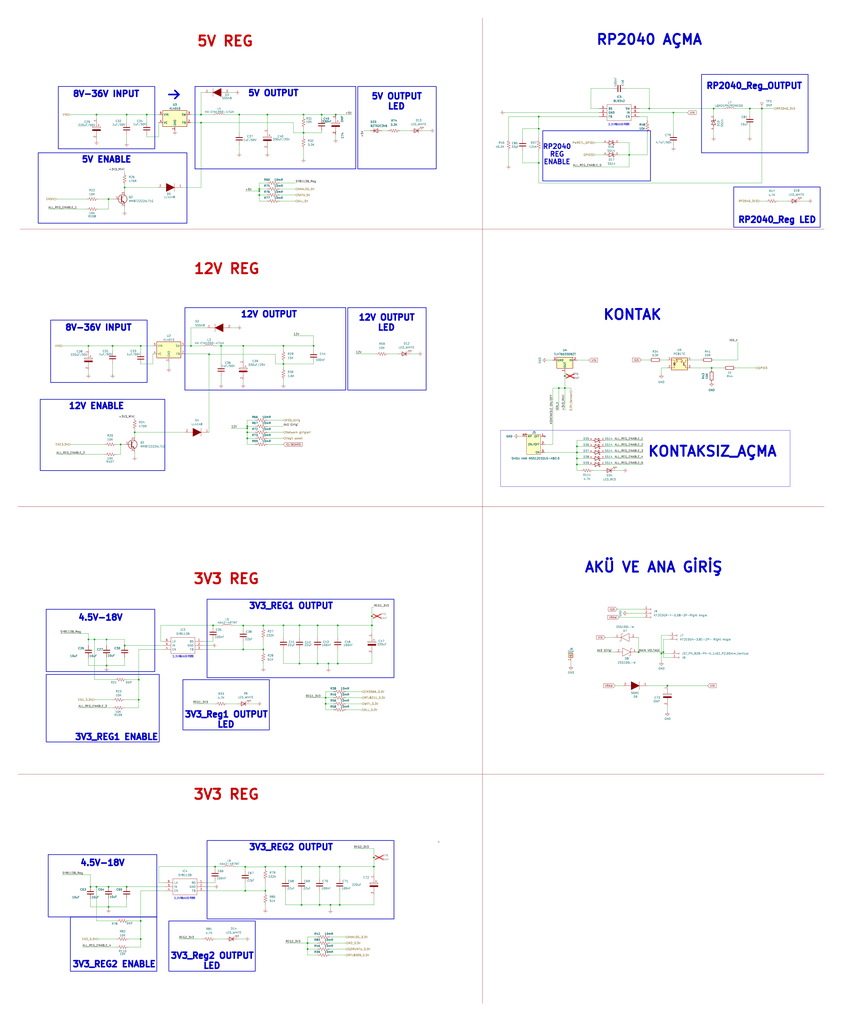
<source format=kicad_sch>
(kicad_sch (version 20231120) (generator "eeschema") (generator_version "8.0")
  (paper "User" 532.6 646.8)
  (junction (at 78.74 407.67))
  (junction (at 60.96 72.39))
  (junction (at 135.89 547.37))
  (junction (at 410.21 68.58))
  (junction (at 201.93 571.5))
  (junction (at 67.31 420.37))
  (junction (at 180.34 547.37))
  (junction (at 353.06 245.11))
  (junction (at 356.87 237.49))
  (junction (at 55.88 218.44))
  (junction (at 134.62 394.97))
  (junction (at 167.64 562.61))
  (junction (at 213.36 419.1))
  (junction (at 139.7 218.44))
  (junction (at 167.64 547.4913))
  (junction (at 156.21 276.86))
  (junction (at 120.65 218.44))
  (junction (at 163.83 120.65))
  (junction (at 67.31 403.86))
  (junction (at 236.22 541.5796))
  (junction (at 449.58 232.41))
  (junction (at 419.1 411.85))
  (junction (at 127 77.47))
  (junction (at 60.96 560.07))
  (junction (at 68.58 560.07))
  (junction (at 190.5 571.5))
  (junction (at 190.5 547.37))
  (junction (at 191.77 72.39))
  (junction (at 417.83 412.75))
  (junction (at 194.31 599.44))
  (junction (at 194.31 595.63))
  (junction (at 214.63 547.37))
  (junction (at 78.7242 118.3933))
  (junction (at 88.9 581.66))
  (junction (at 88.9 218.44))
  (junction (at 356.87 245.11))
  (junction (at 163.83 119.38))
  (junction (at 68.58 572.77))
  (junction (at 154.94 547.4913))
  (junction (at 425.45 71.12))
  (junction (at 191.77 83.82))
  (junction (at 213.36 394.97))
  (junction (at 340.36 81.28))
  (junction (at 87.63 429.26))
  (junction (at 205.74 440.69))
  (junction (at 80.01 560.07))
  (junction (at 154.94 562.61))
  (junction (at 166.37 395.0913))
  (junction (at 92.71 72.39))
  (junction (at 132.08 223.7662))
  (junction (at 59.69 403.86))
  (junction (at 203.2 72.39))
  (junction (at 153.67 395.0913))
  (junction (at 481.33 68.58))
  (junction (at 153.67 218.44))
  (junction (at 151.13 72.39))
  (junction (at 403.4783 411.85))
  (junction (at 207.518 419.1))
  (junction (at 85.09 273.05))
  (junction (at 340.36 102.87))
  (junction (at 198.12 218.44))
  (junction (at 179.07 394.97))
  (junction (at 163.83 123.19))
  (junction (at 340.36 73.66))
  (junction (at 179.07 218.44))
  (junction (at 234.95 394.97))
  (junction (at 205.74 444.5))
  (junction (at 87.63 441.96))
  (junction (at 156.21 273.05))
  (junction (at 473.71 68.58))
  (junction (at 71.12 218.44))
  (junction (at 156.21 270.51))
  (junction (at 156.21 269.24))
  (junction (at 450.85 68.58))
  (junction (at 189.23 419.1))
  (junction (at 127 72.39))
  (junction (at 179.07 229.87))
  (junction (at 153.67 410.21))
  (junction (at 68.58 125.73))
  (junction (at 55.88 403.86))
  (junction (at 80.01 72.39))
  (junction (at 201.93 547.37))
  (junction (at 168.91 72.39))
  (junction (at 200.66 394.97))
  (junction (at 236.22 547.37))
  (junction (at 397.51 97.79))
  (junction (at 364.49 289.56))
  (junction (at 364.49 293.37))
  (junction (at 212.09 72.39))
  (junction (at 421.64 433.07))
  (junction (at 364.49 285.75))
  (junction (at 364.49 281.94))
  (junction (at 76.2 280.7112))
  (junction (at 214.63 571.5))
  (junction (at 166.37 410.21))
  (junction (at 88.9 593.09))
  (junction (at 189.23 394.97))
  (junction (at 57.15 560.07))
  (junction (at 208.788 571.5))
  (junction (at 234.95 389.1796))
  (junction (at 200.66 419.1))
  (no_connect (at 344.17 275.59))
  (wire (pts (xy 425.45 71.12) (xy 425.45 83.82)))
  (wire (pts (xy 132.08 223.52) (xy 132.08 223.7662)))
  (wire (pts (xy 67.31 403.86) (xy 67.31 407.67)))
  (wire (pts (xy 68.58 560.07) (xy 80.01 560.07)))
  (wire (pts (xy 397.51 97.79) (xy 408.94 97.79)))
  (wire (pts (xy 163.83 127) (xy 168.91 127)))
  (wire (pts (xy 78.7242 120.65) (xy 78.74 120.65)))
  (wire (pts (xy 205.74 448.31) (xy 205.74 444.5)))
  (wire (pts (xy 179.07 394.97) (xy 166.37 394.97)))
  (wire (pts (xy 71.1248 237.2438) (xy 71.1248 229.6238)))
  (wire (pts (xy 228.6 436.88) (xy 218.44 436.88)))
  (wire (pts (xy 397.51 90.17) (xy 391.16 90.17)))
  (wire (pts (xy 57.15 567.69) (xy 57.15 572.77)))
  (wire (pts (xy 73.66 581.66) (xy 60.96 581.66)))
  (wire (pts (xy 121.92 444.5) (xy 135.89 444.5)))
  (wire (pts (xy 201.93 571.5) (xy 208.788 571.5)))
  (wire (pts (xy 101.6 405.13) (xy 101.6 394.97)))
  (wire (pts (xy 161.29 280.67) (xy 156.21 280.67)))
  (wire (pts (xy 382.27 293.37) (xy 406.4 293.37)))
  (wire (pts (xy 168.91 269.24) (xy 179.07 269.24)))
  (wire (pts (xy 190.5 562.61) (xy 190.5 571.5)))
  (wire (pts (xy 156.21 265.43) (xy 161.29 265.43)))
  (wire (pts (xy 321.31 73.66) (xy 340.36 73.66)))
  (wire (pts (xy 321.31 95.25) (xy 321.31 104.14)))
  (wire (pts (xy 364.49 278.13) (xy 364.49 281.94)))
  (wire (pts (xy 422.91 401.2595) (xy 422.91 401.32)))
  (wire (pts (xy 134.62 394.97) (xy 134.62 396.24)))
  (wire (pts (xy 59.69 403.86) (xy 67.31 403.86)))
  (wire (pts (xy 154.94 547.4913) (xy 154.94 549.91)))
  (wire (pts (xy 473.71 86.36) (xy 473.71 80.01)))
  (wire (pts (xy 163.83 115.57) (xy 168.91 115.57)))
  (wire (pts (xy 163.83 123.19) (xy 168.91 123.19)))
  (wire (pts (xy 73.66 280.67) (xy 76.2 280.67)))
  (wire (pts (xy 205.74 436.88) (xy 205.74 440.69)))
  (wire (pts (xy 81.28 581.66) (xy 88.9 581.66)))
  (wire (pts (xy 173.99 229.87) (xy 179.07 229.87)))
  (wire (pts (xy 151.13 72.39) (xy 142.24 72.39)))
  (wire (pts (xy 201.93 562.61) (xy 201.93 571.5)))
  (polyline (pts (xy 111.76 60.96) (xy 110.49 62.23)) (stroke (width 1.016)))
  (wire (pts (xy 35.56 125.73) (xy 54.61 125.73)))
  (wire (pts (xy 168.91 72.39) (xy 191.77 72.39)))
  (wire (pts (xy 52.07 598.17) (xy 73.66 598.17)))
  (wire (pts (xy 166.37 394.97) (xy 166.37 395.0913)))
  (wire (pts (xy 156.21 276.86) (xy 156.21 273.05)))
  (wire (pts (xy 100.33 86.36) (xy 100.33 77.47)))
  (wire (pts (xy 356.87 245.11) (xy 356.87 259.2463)))
  (wire (pts (xy 149.86 207.01) (xy 146.05 207.01)))
  (wire (pts (xy 186.69 119.38) (xy 176.53 119.38)))
  (wire (pts (xy 71.12 222.25) (xy 71.1248 222.25)))
  (wire (pts (xy 203.2 72.39) (xy 212.09 72.39)))
  (wire (pts (xy 120.65 218.44) (xy 128.27 218.44)))
  (wire (pts (xy 55.88 420.37) (xy 67.31 420.37)))
  (wire (pts (xy 345.44 227.4963) (xy 349.25 227.4963)))
  (wire (pts (xy 115.2275 118.3933) (xy 127 118.3933)))
  (wire (pts (xy 154.94 562.61) (xy 129.54 562.61)))
  (wire (pts (xy 372.11 278.13) (xy 364.49 278.13)))
  (wire (pts (xy 180.34 547.37) (xy 180.34 554.99)))
  (wire (pts (xy 208.28 595.63) (xy 218.44 595.63)))
  (wire (pts (xy 106.68 228.6) (xy 106.68 232.41)))
  (wire (pts (xy 340.36 81.28) (xy 340.36 87.63)))
  (wire (pts (xy 364.49 285.75) (xy 364.49 289.56)))
  (wire (pts (xy 388.62 433.07) (xy 393.7 433.07)))
  (wire (pts (xy 214.63 547.37) (xy 201.93 547.37)))
  (wire (pts (xy 151.13 72.39) (xy 151.13 83.82)))
  (wire (pts (xy 200.66 410.21) (xy 200.66 419.1)))
  (wire (pts (xy 49.53 447.04) (xy 71.12 447.04)))
  (wire (pts (xy 200.66 419.1) (xy 207.518 419.1)))
  (wire (pts (xy 85.0875 274.32) (xy 85.0875 275.6312)))
  (wire (pts (xy 190.5 571.5) (xy 201.93 571.5)))
  (wire (pts (xy 143.51 444.5) (xy 149.86 444.5)))
  (wire (pts (xy 62.23 125.73) (xy 68.58 125.73)))
  (wire (pts (xy 163.83 115.57) (xy 163.83 119.38)))
  (wire (pts (xy 67.31 421.64) (xy 67.31 420.37)))
  (wire (pts (xy 127 77.47) (xy 185.42 77.47)))
  (wire (pts (xy 156.21 269.24) (xy 161.29 269.24)))
  (wire (pts (xy 80.01 85.09) (xy 80.01 90.17)))
  (wire (pts (xy 180.34 571.5) (xy 190.5 571.5)))
  (wire (pts (xy 85.09 273.05) (xy 85.09 274.32)))
  (wire (pts (xy 139.7 237.49) (xy 139.7 242.57)))
  (wire (pts (xy 224.79 223.52) (xy 237.49 223.52)))
  (wire (pts (xy 163.83 123.19) (xy 163.83 127)))
  (wire (pts (xy 100.33 72.39) (xy 92.71 72.39)))
  (wire (pts (xy 168.91 72.39) (xy 168.91 81.28)))
  (wire (pts (xy 340.36 73.66) (xy 378.46 73.66)))
  (wire (pts (xy 78.7242 130.81) (xy 78.74 130.81)))
  (wire (pts (xy 408.94 73.66) (xy 408.94 76.2)))
  (wire (pts (xy 180.34 562.61) (xy 180.34 571.5)))
  (wire (pts (xy 421.64 232.41) (xy 417.83 232.41)))
  (wire (pts (xy 207.518 419.1) (xy 207.518 421.894)))
  (wire (pts (xy 200.66 394.97) (xy 189.23 394.97)))
  (wire (pts (xy 212.09 72.39) (xy 222.25 72.39)))
  (wire (pts (xy 191.77 72.39) (xy 191.77 73.66)))
  (wire (pts (xy 60.96 560.07) (xy 68.58 560.07)))
  (wire (pts (xy 403.86 68.58) (xy 410.21 68.58)))
  (wire (pts (xy 327.66 275.59) (xy 330.2 275.59)))
  (wire (pts (xy 166.37 411.48) (xy 166.37 410.21)))
  (wire (pts (xy 176.53 123.19) (xy 186.69 123.19)))
  (wire (pts (xy 234.95 412.75) (xy 234.95 419.1)))
  (wire (pts (xy 190.5 547.37) (xy 190.5 554.99)))
  (wire (pts (xy 167.64 547.37) (xy 167.64 547.4913)))
  (wire (pts (xy 120.65 72.39) (xy 127 72.39)))
  (wire (pts (xy 139.7 218.44) (xy 153.67 218.44)))
  (wire (pts (xy 364.49 281.94) (xy 364.49 285.75)))
  (wire (pts (xy 266.7 82.55) (xy 271.78 82.55)))
  (wire (pts (xy 473.71 68.58) (xy 481.33 68.58)))
  (wire (pts (xy 67.31 403.86) (xy 78.74 403.86)))
  (wire (pts (xy 153.67 240.03) (xy 153.67 242.57)))
  (wire (pts (xy 154.94 120.65) (xy 163.83 120.65)))
  (wire (pts (xy 198.12 218.44) (xy 198.12 220.98)))
  (wire (pts (xy 57.15 560.07) (xy 60.96 560.07)))
  (wire (pts (xy 157.48 444.5) (xy 162.56 444.5)))
  (wire (pts (xy 88.9 562.61) (xy 88.9 581.66)))
  (wire (pts (xy 381 97.79) (xy 375.92 97.79)))
  (wire (pts (xy 382.27 289.56) (xy 406.4 289.56)))
  (wire (pts (xy 85.09 273.05) (xy 116.84 273.05)))
  (wire (pts (xy 236.22 571.5) (xy 214.63 571.5)))
  (wire (pts (xy 194.31 591.82) (xy 194.31 595.63)))
  (wire (pts (xy 59.69 441.96) (xy 71.12 441.96)))
  (wire (pts (xy 55.88 415.29) (xy 55.88 420.37)))
  (wire (pts (xy 120.65 207.01) (xy 130.81 207.01)))
  (wire (pts (xy 78.7242 107.9871) (xy 78.7242 109.2571)))
  (wire (pts (xy 208.28 591.82) (xy 218.44 591.82)))
  (wire (pts (xy 205.74 440.69) (xy 210.82 440.69)))
  (wire (pts (xy 59.69 403.86) (xy 59.69 429.26)))
  (wire (pts (xy 100.33 547.37) (xy 135.89 547.37)))
  (wire (pts (xy 102.87 405.13) (xy 101.6 405.13)))
  (wire (pts (xy 361.95 105.41) (xy 397.51 105.41)))
  (wire (pts (xy 156.21 280.67) (xy 156.21 276.86)))
  (wire (pts (xy 102.87 410.21) (xy 87.63 410.21)))
  (wire (pts (xy 146.05 270.51) (xy 156.21 270.51)))
  (wire (pts (xy 153.67 218.44) (xy 153.67 227.33)))
  (wire (pts (xy 353.06 245.11) (xy 356.87 245.11)))
  (wire (pts (xy 62.23 593.09) (xy 73.66 593.09)))
  (wire (pts (xy 236.22 535.94) (xy 236.22 541.5796)))
  (wire (pts (xy 205.74 440.69) (xy 205.74 444.5)))
  (polyline (pts (xy 304.8 11.43) (xy 304.8 633.73)) (stroke (width 0) (color 132 0 0 1)))
  (wire (pts (xy 194.31 595.63) (xy 200.66 595.63)))
  (wire (pts (xy 134.62 394.97) (xy 139.7 394.97)))
  (wire (pts (xy 87.63 447.04) (xy 78.74 447.04)))
  (wire (pts (xy 80.01 72.39) (xy 80.01 77.47)))
  (wire (pts (xy 92.71 85.09) (xy 92.71 86.36)))
  (wire (pts (xy 403.86 71.12) (xy 425.45 71.12)))
  (wire (pts (xy 330.2 81.28) (xy 330.2 87.63)))
  (wire (pts (xy 55.88 218.44) (xy 55.88 220.98)))
  (wire (pts (xy 156.21 270.51) (xy 156.21 273.05)))
  (wire (pts (xy 179.07 394.97) (xy 179.07 402.59)))
  (wire (pts (xy 189.23 394.97) (xy 179.07 394.97)))
  (wire (pts (xy 450.85 68.58) (xy 457.2 68.58)))
  (wire (pts (xy 353.06 245.11) (xy 353.06 259.2463)))
  (wire (pts (xy 387.35 402.59) (xy 382.27 402.59)))
  (wire (pts (xy 68.58 125.73) (xy 68.58 132.08)))
  (wire (pts (xy 62.23 132.08) (xy 68.58 132.08)))
  (wire (pts (xy 116.84 223.52) (xy 132.08 223.52)))
  (wire (pts (xy 408.94 83.82) (xy 408.94 97.79)))
  (wire (pts (xy 168.91 276.86) (xy 179.07 276.86)))
  (wire (pts (xy 80.01 560.07) (xy 104.14 560.07)))
  (wire (pts (xy 236.22 535.94) (xy 223.52 535.94)))
  (wire (pts (xy 213.36 410.21) (xy 213.36 419.1)))
  (wire (pts (xy 185.42 83.82) (xy 191.77 83.82)))
  (wire (pts (xy 213.36 394.97) (xy 213.36 402.59)))
  (wire (pts (xy 80.01 429.26) (xy 87.63 429.26)))
  (wire (pts (xy 166.37 403.86) (xy 166.37 410.21)))
  (wire (pts (xy 179.07 280.67) (xy 168.91 280.67)))
  (wire (pts (xy 394.97 55.88) (xy 410.21 55.88)))
  (wire (pts (xy 403.86 73.66) (xy 408.94 73.66)))
  (wire (pts (xy 55.88 233.68) (xy 55.88 236.22)))
  (wire (pts (xy 417.83 401.2595) (xy 417.83 412.75)))
  (wire (pts (xy 78.7242 130.81) (xy 78.7242 133.3871)))
  (wire (pts (xy 340.36 115.57) (xy 481.33 115.57)))
  (wire (pts (xy 81.28 598.17) (xy 88.9 598.17)))
  (wire (pts (xy 464.82 68.58) (xy 473.71 68.58)))
  (wire (pts (xy 236.22 547.37) (xy 214.63 547.37)))
  (wire (pts (xy 191.77 83.82) (xy 191.77 86.36)))
  (wire (pts (xy 198.12 212.09) (xy 198.12 218.44)))
  (wire (pts (xy 208.788 571.5) (xy 214.63 571.5)))
  (wire (pts (xy 68.58 567.69) (xy 68.58 572.77)))
  (wire (pts (xy 57.15 572.77) (xy 68.58 572.77)))
  (wire (pts (xy 57.15 552.45) (xy 57.15 560.07)))
  (wire (pts (xy 85.0875 288.29) (xy 85.09 288.29)))
  (wire (pts (xy 213.36 394.97) (xy 200.66 394.97)))
  (wire (pts (xy 60.96 87.63) (xy 60.96 88.9343)))
  (wire (pts (xy 419.1 403.86) (xy 419.1 411.85)))
  (wire (pts (xy 113.03 593.09) (xy 128.27 593.09)))
  (wire (pts (xy 473.71 68.58) (xy 473.71 72.39)))
  (wire (pts (xy 364.49 227.4963) (xy 372.11 227.4963)))
  (wire (pts (xy 191.77 81.28) (xy 191.77 83.82)))
  (wire (pts (xy 71.1248 222.25) (xy 71.1248 222.0038)))
  (wire (pts (xy 208.28 603.25) (xy 218.44 603.25)))
  (wire (pts (xy 30.48 132.08) (xy 54.61 132.08)))
  (wire (pts (xy 88.9 218.44) (xy 96.52 218.44)))
  (wire (pts (xy 179.07 229.87) (xy 198.12 229.87)))
  (polyline (pts (xy 11.43 488.95) (xy 520.7 488.95)) (stroke (width 0) (color 132 0 0 1)))
  (wire (pts (xy 85.09 271.78) (xy 85.09 273.05)))
  (wire (pts (xy 151.13 91.44) (xy 151.13 96.52)))
  (wire (pts (xy 417.83 227.33) (xy 421.64 227.33)))
  (wire (pts (xy 252.73 82.55) (xy 259.08 82.55)))
  (wire (pts (xy 167.64 562.61) (xy 154.94 562.61)))
  (wire (pts (xy 87.63 441.96) (xy 87.63 447.04)))
  (wire (pts (xy 168.91 93.98) (xy 168.91 96.52)))
  (wire (pts (xy 234.95 383.54) (xy 234.95 389.1796)))
  (wire (pts (xy 405.13 227.33) (xy 410.21 227.33)))
  (wire (pts (xy 330.2 102.87) (xy 340.36 102.87)))
  (wire (pts (xy 151.13 72.39) (xy 168.91 72.39)))
  (wire (pts (xy 200.66 599.44) (xy 194.31 599.44)))
  (wire (pts (xy 318.77 71.12) (xy 378.46 71.12)))
  (wire (pts (xy 156.21 273.05) (xy 161.29 273.05)))
  (wire (pts (xy 55.88 403.86) (xy 59.69 403.86)))
  (wire (pts (xy 403.4783 402.59) (xy 403.4783 411.85)))
  (wire (pts (xy 360.68 420.37) (xy 360.68 417.83)))
  (wire (pts (xy 39.37 218.44) (xy 55.88 218.44)))
  (wire (pts (xy 135.89 547.37) (xy 140.97 547.37)))
  (wire (pts (xy 135.89 547.37) (xy 135.89 548.64)))
  (polyline (pts (xy 111.76 58.42) (xy 113.03 59.69)) (stroke (width 1.016)))
  (wire (pts (xy 259.08 223.52) (xy 264.16 223.52)))
  (wire (pts (xy 330.2 81.28) (xy 340.36 81.28)))
  (wire (pts (xy 132.08 223.7662) (xy 173.99 223.7662)))
  (wire (pts (xy 436.88 227.33) (xy 443.23 227.33)))
  (wire (pts (xy 78.74 407.67) (xy 102.87 407.67)))
  (wire (pts (xy 153.67 394.97) (xy 153.67 395.0913)))
  (wire (pts (xy 38.1 400.05) (xy 55.88 400.05)))
  (wire (pts (xy 180.34 547.37) (xy 167.64 547.37)))
  (wire (pts (xy 179.07 228.6) (xy 179.07 229.87)))
  (wire (pts (xy 44.45 280.67) (xy 66.04 280.67)))
  (wire (pts (xy 419.1 415.29) (xy 424.18 415.29)))
  (wire (pts (xy 234.95 400.05) (xy 234.95 394.97)))
  (polyline (pts (xy 113.03 59.69) (xy 111.76 60.96)) (stroke (width 1.016)))
  (wire (pts (xy 349.25 245.11) (xy 349.25 280.67)))
  (wire (pts (xy 200.66 394.97) (xy 200.66 402.59)))
  (polyline (pts (xy 11.43 320.04) (xy 520.7 320.04)) (stroke (width 0) (color 132 0 0 1)))
  (wire (pts (xy 154.94 557.53) (xy 154.94 562.61)))
  (wire (pts (xy 76.2 280.7112) (xy 77.4675 280.7112)))
  (wire (pts (xy 198.12 218.44) (xy 179.07 218.44)))
  (wire (pts (xy 87.63 429.26) (xy 87.63 441.96)))
  (wire (pts (xy 39.37 552.45) (xy 57.15 552.45)))
  (wire (pts (xy 201.93 547.37) (xy 201.93 554.99)))
  (wire (pts (xy 381 90.17) (xy 375.92 90.17)))
  (polyline (pts (xy 113.03 59.69) (xy 106.68 59.69)) (stroke (width 1.016)))
  (wire (pts (xy 135.89 556.26) (xy 135.89 557.53)))
  (wire (pts (xy 234.95 389.1796) (xy 234.95 394.97)))
  (wire (pts (xy 67.31 415.29) (xy 67.31 420.37)))
  (wire (pts (xy 212.09 87.63) (xy 212.09 85.09)))
  (wire (pts (xy 356.87 245.11) (xy 356.87 237.49)))
  (wire (pts (xy 391.2048 389.89) (xy 406.4 389.89)))
  (wire (pts (xy 214.63 547.37) (xy 214.63 554.99)))
  (wire (pts (xy 234.95 394.97) (xy 213.36 394.97)))
  (wire (pts (xy 191.77 83.82) (xy 203.2 83.82)))
  (wire (pts (xy 364.49 285.75) (xy 372.11 285.75)))
  (wire (pts (xy 55.88 403.86) (xy 55.88 407.67)))
  (wire (pts (xy 203.2 83.82) (xy 203.2 82.55)))
  (wire (pts (xy 373.38 55.88) (xy 387.35 55.88)))
  (wire (pts (xy 189.23 394.97) (xy 189.23 402.59)))
  (wire (pts (xy 68.58 574.04) (xy 68.58 572.77)))
  (wire (pts (xy 104.14 557.53) (xy 100.33 557.53)))
  (wire (pts (xy 127 72.39) (xy 134.62 72.39)))
  (polyline (pts (xy 110.49 57.15) (xy 111.76 58.42)) (stroke (width 1.016)))
  (wire (pts (xy 35.56 287.02) (xy 66.04 287.02)))
  (wire (pts (xy 194.31 599.44) (xy 194.31 595.63)))
  (wire (pts (xy 208.788 571.5) (xy 208.788 574.294)))
  (wire (pts (xy 481.33 68.58) (xy 481.33 115.57)))
  (wire (pts (xy 377.1435 411.85) (xy 388.2383 411.85)))
  (wire (pts (xy 78.7242 118.3933) (xy 99.9875 118.3933)))
  (wire (pts (xy 71.12 125.73) (xy 68.58 125.73)))
  (wire (pts (xy 132.08 223.7662) (xy 132.08 273.05)))
  (wire (pts (xy 356.87 235.1163) (xy 356.87 237.49)))
  (wire (pts (xy 55.88 218.44) (xy 71.12 218.44)))
  (wire (pts (xy 466.09 227.33) (xy 450.85 227.33)))
  (wire (pts (xy 153.67 405.13) (xy 153.67 410.21)))
  (wire (pts (xy 92.71 72.39) (xy 92.71 77.47)))
  (wire (pts (xy 210.82 444.5) (xy 205.74 444.5)))
  (wire (pts (xy 167.64 547.4913) (xy 154.94 547.4913)))
  (wire (pts (xy 167.64 548.64) (xy 167.64 547.4913)))
  (wire (pts (xy 88.9 229.87) (xy 96.52 229.87)))
  (wire (pts (xy 360.68 245.11) (xy 360.68 246.5463)))
  (wire (pts (xy 76.2 280.67) (xy 76.2 280.7112)))
  (wire (pts (xy 364.49 293.37) (xy 372.11 293.37)))
  (wire (pts (xy 87.63 410.21) (xy 87.63 429.26)))
  (wire (pts (xy 156.21 269.24) (xy 156.21 270.51)))
  (wire (pts (xy 78.7242 118.3933) (xy 78.7242 120.65)))
  (wire (pts (xy 116.84 218.44) (xy 120.65 218.44)))
  (wire (pts (xy 397.51 97.79) (xy 397.51 105.41)))
  (wire (pts (xy 71.12 237.2438) (xy 71.12 236.22)))
  (wire (pts (xy 80.01 567.69) (xy 80.01 572.77)))
  (wire (pts (xy 422.91 401.2595) (xy 417.83 401.2595)))
  (wire (pts (xy 167.64 556.26) (xy 167.64 562.61)))
  (wire (pts (xy 85.0875 285.7912) (xy 85.0875 288.29)))
  (wire (pts (xy 234.95 419.1) (xy 213.36 419.1)))
  (wire (pts (xy 481.33 68.58) (xy 488.95 68.58)))
  (wire (pts (xy 491.49 127) (xy 497.84 127)))
  (wire (pts (xy 76.2 280.7112) (xy 76.2 287.02)))
  (wire (pts (xy 425.45 91.44) (xy 425.45 92.71)))
  (wire (pts (xy 127 58.42) (xy 127 72.39)))
  (wire (pts (xy 166.37 410.21) (xy 153.67 410.21)))
  (wire (pts (xy 156.21 276.86) (xy 161.29 276.86)))
  (wire (pts (xy 218.44 440.69) (xy 228.6 440.69)))
  (wire (pts (xy 185.42 212.09) (xy 198.12 212.09)))
  (wire (pts (xy 321.31 73.66) (xy 321.31 87.63)))
  (wire (pts (xy 88.9 218.44) (xy 88.9 222.25)))
  (wire (pts (xy 163.83 119.38) (xy 168.91 119.38)))
  (wire (pts (xy 382.27 285.75) (xy 406.4 285.75)))
  (wire (pts (xy 154.94 547.37) (xy 154.94 547.4913)))
  (wire (pts (xy 364.49 293.37) (xy 364.49 297.18)))
  (wire (pts (xy 148.59 547.37) (xy 154.94 547.37)))
  (wire (pts (xy 236.22 552.45) (xy 236.22 547.37)))
  (wire (pts (xy 449.58 232.41) (xy 436.88 232.41)))
  (wire (pts (xy 189.23 419.1) (xy 200.66 419.1)))
  (wire (pts (xy 60.96 72.39) (xy 60.96 74.93)))
  (wire (pts (xy 135.89 218.44) (xy 139.7 218.44)))
  (wire (pts (xy 193.04 440.69) (xy 205.74 440.69)))
  (wire (pts (xy 203.2 72.39) (xy 203.2 74.93)))
  (wire (pts (xy 134.62 403.86) (xy 134.62 405.13)))
  (wire (pts (xy 505.46 127) (xy 510.54 127)))
  (wire (pts (xy 71.12 218.44) (xy 88.9 218.44)))
  (wire (pts (xy 236.22 541.5796) (xy 236.22 547.37)))
  (wire (pts (xy 419.1 403.86) (xy 422.91 403.86)))
  (wire (pts (xy 410.21 55.88) (xy 410.21 68.58)))
  (wire (pts (xy 364.49 289.56) (xy 364.49 293.37)))
  (wire (pts (xy 67.31 420.37) (xy 78.74 420.37)))
  (wire (pts (xy 408.94 433.07) (xy 421.64 433.07)))
  (wire (pts (xy 156.21 269.24) (xy 156.21 265.43)))
  (wire (pts (xy 374.65 297.18) (xy 381 297.18)))
  (wire (pts (xy 149.86 593.09) (xy 154.94 593.09)))
  (wire (pts (xy 85.0875 274.32) (xy 85.09 274.32)))
  (wire (pts (xy 179.07 218.44) (xy 179.07 220.98)))
  (wire (pts (xy 397.51 90.17) (xy 397.51 97.79)))
  (wire (pts (xy 88.9 593.09) (xy 88.9 598.17)))
  (wire (pts (xy 205.74 436.88) (xy 210.82 436.88)))
  (wire (pts (xy 55.88 400.05) (xy 55.88 403.86)))
  (wire (pts (xy 236.22 383.54) (xy 234.95 383.54)))
  (wire (pts (xy 340.36 102.87) (xy 340.36 115.57)))
  (wire (pts (xy 200.66 603.25) (xy 194.31 603.25)))
  (wire (pts (xy 166.37 396.24) (xy 166.37 395.0913)))
  (wire (pts (xy 417.83 412.75) (xy 417.83 417.83)))
  (wire (pts (xy 186.69 115.57) (xy 176.53 115.57)))
  (wire (pts (xy 176.53 127) (xy 186.69 127)))
  (wire (pts (xy 421.64 433.07) (xy 447.04 433.07)))
  (wire (pts (xy 120.65 77.47) (xy 127 77.47)))
  (wire (pts (xy 214.63 562.61) (xy 214.63 571.5)))
  (bus (pts (xy 276.86 531.7609) (xy 277.4231 531.7609)))
  (wire (pts (xy 88.9 581.66) (xy 88.9 593.09)))
  (wire (pts (xy 450.85 72.39) (xy 450.85 68.58)))
  (wire (pts (xy 92.71 86.36) (xy 100.33 86.36)))
  (wire (pts (xy 166.37 395.0913) (xy 153.67 395.0913)))
  (wire (pts (xy 168.91 273.05) (xy 179.07 273.05)))
  (wire (pts (xy 180.34 595.63) (xy 194.31 595.63)))
  (wire (pts (xy 466.09 215.9) (xy 466.09 227.33)))
  (wire (pts (xy 135.89 593.09) (xy 142.24 593.09)))
  (wire (pts (xy 168.91 265.43) (xy 179.07 265.43)))
  (wire (pts (xy 330.2 95.25) (xy 330.2 102.87)))
  (wire (pts (xy 100.33 557.53) (xy 100.33 547.37)))
  (polyline (pts (xy 12.7 144.78) (xy 520.7 144.78)) (stroke (width 0) (color 132 0 0 1)))
  (wire (pts (xy 153.67 410.21) (xy 128.27 410.21)))
  (wire (pts (xy 68.58 572.77) (xy 80.01 572.77)))
  (wire (pts (xy 349.25 280.67) (xy 344.17 280.67)))
  (wire (pts (xy 457.2 232.41) (xy 449.58 232.41)))
  (wire (pts (xy 194.31 603.25) (xy 194.31 599.44)))
  (wire (pts (xy 167.64 563.88) (xy 167.64 562.61)))
  (wire (pts (xy 236.22 565.15) (xy 236.22 571.5)))
  (wire (pts (xy 210.82 448.31) (xy 205.74 448.31)))
  (wire (pts (xy 167.64 571.5) (xy 167.64 574.04)))
  (wire (pts (xy 78.74 415.29) (xy 78.74 420.37)))
  (wire (pts (xy 78.74 441.96) (xy 87.63 441.96)))
  (wire (pts (xy 340.36 73.66) (xy 340.36 81.28)))
  (wire (pts (xy 190.5 547.37) (xy 180.34 547.37)))
  (wire (pts (xy 207.518 419.1) (xy 213.36 419.1)))
  (wire (pts (xy 364.49 289.56) (xy 372.11 289.56)))
  (wire (pts (xy 218.44 448.31) (xy 228.6 448.31)))
  (wire (pts (xy 163.83 120.65) (xy 163.83 123.19)))
  (wire (pts (xy 120.65 207.01) (xy 120.65 218.44)))
  (wire (pts (xy 60.96 88.9343) (xy 60.9642 88.9343)))
  (wire (pts (xy 241.3 82.55) (xy 245.11 82.55)))
  (wire (pts (xy 208.28 599.44) (xy 218.44 599.44)))
  (wire (pts (xy 201.93 547.37) (xy 190.5 547.37)))
  (wire (pts (xy 349.25 245.11) (xy 353.06 245.11)))
  (wire (pts (xy 179.07 410.21) (xy 179.07 419.1)))
  (wire (pts (xy 78.7242 116.8771) (xy 78.7242 118.3933)))
  (wire (pts (xy 373.38 55.88) (xy 373.38 68.58)))
  (wire (pts (xy 179.07 240.03) (xy 179.07 242.57)))
  (wire (pts (xy 139.7 218.44) (xy 139.7 229.87)))
  (wire (pts (xy 148.59 58.42) (xy 144.78 58.42)))
  (wire (pts (xy 198.12 228.6) (xy 198.12 229.87)))
  (wire (pts (xy 396.2848 387.35) (xy 406.4 387.35)))
  (wire (pts (xy 71.12 237.2438) (xy 71.1248 237.2438)))
  (wire (pts (xy 96.52 229.87) (xy 96.52 223.52)))
  (wire (pts (xy 410.21 68.58) (xy 450.85 68.58)))
  (wire (pts (xy 421.64 449.58) (xy 421.64 445.77)))
  (wire (pts (xy 477.52 232.41) (xy 464.82 232.41)))
  (wire (pts (xy 179.07 419.1) (xy 189.23 419.1)))
  (wire (pts (xy 163.83 119.38) (xy 163.83 120.65)))
  (wire (pts (xy 364.49 285.75) (xy 344.17 285.75)))
  (wire (pts (xy 127 118.3933) (xy 127 77.47)))
  (wire (pts (xy 218.44 444.5) (xy 228.6 444.5)))
  (wire (pts (xy 191.77 93.98) (xy 191.77 100.076)))
  (wire (pts (xy 373.38 68.58) (xy 378.46 68.58)))
  (wire (pts (xy 360.68 245.11) (xy 356.87 245.11)))
  (wire (pts (xy 127 58.42) (xy 129.54 58.42)))
  (wire (pts (xy 44.1275 72.39) (xy 60.96 72.39)))
  (wire (pts (xy 417.83 412.75) (xy 424.18 412.75)))
  (wire (pts (xy 189.23 410.21) (xy 189.23 419.1)))
  (wire (pts (xy 397.51 97.79) (xy 391.16 97.79)))
  (wire (pts (xy 73.66 287.02) (xy 76.2 287.02)))
  (wire (pts (xy 72.39 429.26) (xy 59.69 429.26)))
  (wire (pts (xy 60.96 72.39) (xy 80.01 72.39)))
  (wire (pts (xy 200.66 591.82) (xy 194.31 591.82)))
  (wire (pts (xy 419.1 411.85) (xy 419.1 415.29)))
  (wire (pts (xy 135.89 557.53) (xy 129.54 557.53)))
  (wire (pts (xy 104.14 562.61) (xy 88.9 562.61)))
  (wire (pts (xy 388.62 297.18) (xy 393.7 297.18)))
  (wire (pts (xy 406.4 278.13) (xy 382.27 278.13)))
  (wire (pts (xy 173.99 223.7662) (xy 173.99 229.87)))
  (wire (pts (xy 389.9348 384.81) (xy 406.4 384.81)))
  (wire (pts (xy 449.58 232.41) (xy 449.58 233.68)))
  (wire (pts (xy 403.4783 411.85) (xy 419.1 411.85)))
  (wire (pts (xy 382.27 281.94) (xy 406.4 281.94)))
  (wire (pts (xy 60.96 581.66) (xy 60.96 560.07)))
  (wire (pts (xy 185.42 77.47) (xy 185.42 83.82)))
  (wire (pts (xy 134.62 405.13) (xy 128.27 405.13)))
  (wire (pts (xy 153.67 218.44) (xy 179.07 218.44)))
  (wire (pts (xy 147.32 394.97) (xy 153.67 394.97)))
  (wire (pts (xy 166.37 419.1) (xy 166.37 421.64)))
  (wire (pts (xy 179.07 229.87) (xy 179.07 232.41)))
  (wire (pts (xy 417.83 232.41) (xy 417.83 236.22)))
  (wire (pts (xy 364.49 297.18) (xy 367.03 297.18)))
  (wire (pts (xy 364.49 281.94) (xy 372.11 281.94)))
  (wire (pts (xy 128.27 407.67) (xy 134.0816 407.67)))
  (wire (pts (xy 78.74 403.86) (xy 78.74 407.67)))
  (wire (pts (xy 229.87 82.55) (xy 233.68 82.55)))
  (wire (pts (xy 480.06 127) (xy 483.87 127)))
  (wire (pts (xy 425.45 71.12) (xy 434.34 71.12)))
  (wire (pts (xy 402.59 402.59) (xy 403.4783 402.59)))
  (wire (pts (xy 191.77 72.39) (xy 203.2 72.39)))
  (wire (pts (xy 71.12 218.44) (xy 71.12 222.25)))
  (wire (pts (xy 153.67 395.0913) (xy 153.67 397.51)))
  (wire (pts (xy 340.36 95.25) (xy 340.36 102.87)))
  (wire (pts (xy 450.85 82.55) (xy 450.85 86.36)))
  (wire (pts (xy 129.54 560.07) (xy 135.3516 560.07)))
  (wire (pts (xy 101.6 394.97) (xy 134.62 394.97)))
  (wire (pts (xy 80.01 72.39) (xy 92.71 72.39)))
  (wire (pts (xy 245.11 223.52) (xy 251.46 223.52)))
  (wire (pts (xy 81.28 593.09) (xy 88.9 593.09)))
  (rectangle (start 316.23 271.78) (end 499.11 307.34))
  (rectangle (start 130.81 378.46) (end 248.92 427.99) (stroke (width 0.381)))
  (rectangle (start 30.48 539.75) (end 99.06 579.12) (stroke (width 0.381)))
  (rectangle (start 115.57 429.26) (end 170.18 461.01) (stroke (width 0.381)))
  (rectangle (start 443.23 46.99) (end 510.54 96.52) (stroke (width 0.381)))
  (rectangle (start 36.83 54.61) (end 97.79 93.98) (stroke (width 0.381)))
  (rectangle (start 463.55 118.11) (end 518.16 143.51) (stroke (width 0.381)))
  (rectangle (start 29.21 384.81) (end 97.79 424.18) (stroke (width 0.381)))
  (rectangle (start 226.06 54.61) (end 275.59 106.68) (stroke (width 0.381)))
  (rectangle (start 29.21 425.958) (end 100.584 468.63) (stroke (width 0.381)))
  (rectangle (start 24.13 96.52) (end 118.11 140.97) (stroke (width 0.381)))
  (rectangle (start 25.4 252.222) (end 104.14 297.18) (stroke (width 0.381)))
  (rectangle (start 106.68 581.66) (end 161.29 613.41) (stroke (width 0.381)))
  (rectangle (start 123.19 54.61) (end 224.79 106.68) (stroke (width 0.381)))
  (rectangle (start 32.004 202.184) (end 92.964 241.554) (stroke (width 0.381)))
  (rectangle (start 44.45 579.12) (end 99.06 613.41) (stroke (width 0.381)))
  (rectangle (start 130.81 530.86) (end 248.92 580.39) (stroke (width 0.381)))
  (rectangle (start 116.84 194.31) (end 218.44 246.38) (stroke (width 0.381)))
  (rectangle (start 342.9 82.55) (end 410.972 114.3) (stroke (width 0.381)))
  (rectangle (start 219.71 194.31) (end 269.24 246.38) (stroke (width 0.381)))
  (text "3.3V输出应用图" (at 115.57 414.782 0) (effects (font (size 1.27 1.27))))
  (text "RP2040 AÇMA" (at 410.21 25.146 0) (effects (font (size 6.35 6.35) (bold yes))))
  (text "5V REG" (at 142.24 26.162 0) (effects (font (size 6.35 6.35) (bold yes))))
  (text "4.5V-18V\n" (at 63.5 390.144 0) (effects (font (size 3.81 3.81) (thickness 1.016) (bold yes))))
  (text "KONTAK" (at 399.542 198.882 0) (effects (font (size 6.35 6.35) (bold yes))))
  (text "4.5V-18V\n" (at 64.77 545.084 0) (effects (font (size 3.81 3.81) (thickness 1.016) (bold yes))))
  (text "3V3_Reg1 OUTPUT" (at 143.002 451.358 0) (effects (font (size 3.81 3.81) (thickness 1.016) (bold yes))))
  (text "12V OUTPUT" (at 169.926 198.628 0) (effects (font (size 3.81 3.81) (thickness 1.016) (bold yes))))
  (text "12V REG" (at 143.256 169.926 0) (effects (font (size 6.35 6.35) (bold yes))))
  (text "3V3 REG" (at 143.002 501.904 0) (effects (font (size 6.35 6.35) (bold yes))))
  (text "3.3V输出应用图" (at 116.586 567.436 0) (effects (font (size 1.27 1.27))))
  (text "12V ENABLE" (at 60.96 256.54 0) (effects (font (size 3.81 3.81) (thickness 1.016) (bold yes))))
  (text "3V3_REG2 ENABLE" (at 72.136 609.092 0) (effects (font (size 3.81 3.81) (thickness 1.016) (bold yes))))
  (text "3V3_REG1 OUTPUT\n" (at 183.896 382.778 0) (effects (font (size 3.81 3.81) (thickness 1.016) (bold yes))))
  (text "LED" (at 133.858 610.108 0) (effects (font (size 3.81 3.81) (thickness 1.016) (bold yes))))
  (text "LED" (at 142.748 457.708 0) (effects (font (size 3.81 3.81) (thickness 1.016) (bold yes))))
  (text "12V OUTPUT" (at 244.348 200.66 0) (effects (font (size 3.81 3.81) (thickness 1.016) (bold yes))))
  (text "3V3_Reg2 OUTPUT" (at 134.112 603.758 0) (effects (font (size 3.81 3.81) (thickness 1.016) (bold yes))))
  (text "3V3_REG2 OUTPUT\n" (at 183.896 535.178 0) (effects (font (size 3.81 3.81) (thickness 1.016) (bold yes))))
  (text "KONTAKSIZ_AÇMA\n" (at 450.088 285.242 0) (effects (font (size 6.35 6.35) (bold yes))))
  (text "8V-36V INPUT\n" (at 62.23 207.01 0) (effects (font (size 3.81 3.81) (thickness 1.016) (bold yes))))
  (text "5V OUTPUT" (at 250.698 60.96 0) (effects (font (size 3.81 3.81) (thickness 1.016) (bold yes))))
  (text "5V ENABLE" (at 67.31 100.838 0) (effects (font (size 3.81 3.81) (thickness 1.016) (bold yes))))
  (text "AKÜ VE ANA GİRİŞ" (at 413.004 358.394 0) (effects (font (size 6.35 6.35) (bold yes))))
  (text "3V3_REG1 ENABLE" (at 73.66 465.582 0) (effects (font (size 3.81 3.81) (thickness 1.016) (bold yes))))
  (text "RP2040_Reg_OUTPUT\n" (at 476.504 54.356 0) (effects (font (size 3.81 3.81) (thickness 1.016) (bold yes))))
  (text "LED" (at 250.444 67.31 0) (effects (font (size 3.81 3.81) (thickness 1.016) (bold yes))))
  (text "RP2040_Reg LED\n" (at 490.982 138.938 0) (effects (font (size 3.81 3.81) (thickness 1.016) (bold yes))))
  (text "LED" (at 244.094 207.01 0) (effects (font (size 3.81 3.81) (thickness 1.016) (bold yes))))
  (text " RP2040\n REG\n ENABLE" (at 350.774 97.536 0) (effects (font (size 3 3) (thickness 0.6) (bold yes))))
  (text "3.3V输出应用图" (at 390.906 78.74 0) (effects (font (size 1.27 1.27))))
  (text "5V OUTPUT" (at 172.72 58.928 0) (effects (font (size 3.81 3.81) (thickness 1.016) (bold yes))))
  (text "3V3 REG" (at 143.002 365.76 0) (effects (font (size 6.35 6.35) (bold yes))))
  (text "8V-36V INPUT\n" (at 67.056 59.436 0) (effects (font (size 3.81 3.81) (thickness 1.016) (bold yes))))
  (label "ALL_REG_ENABLE_5" (at 361.95 105.41 0))
  (label "KONTAKSIZ ON{slash}OFF" (at 349.25 267.97 90))
  (label "+5V" (at 222.25 72.39 180))
  (label "MAIN VOLTAGE" (at 403.5111 411.85 0))
  (label "ALL_REG_ENABLE_2" (at 406.4 281.94 180))
  (label "+3V3_Mini" (at 85.09 264.16 180))
  (label "REG2_3V3" (at 180.34 595.63 0))
  (label "12V" (at 185.42 212.09 0))
  (label "IGN_V" (at 466.09 215.9 180))
  (label "+5V" (at 154.94 120.65 0))
  (label "SY8113B_Reg" (at 38.1 400.05 0))
  (label "REG1_3V3" (at 236.22 383.54 0))
  (label "12V" (at 224.79 223.52 0))
  (label "ALL_REG_ENABLE_3" (at 406.4 285.75 180))
  (label "IGN_V" (at 353.06 259.2463 90))
  (label "REG2_3V3" (at 113.03 593.09 0))
  (label "REG1_3V3" (at 121.92 444.5 0))
  (label "Akü Girişi" (at 377.1435 411.85 0))
  (label "ALL_REG_ENABLE_4" (at 406.4 289.56 180))
  (label "ALL_REG_ENABLE_1" (at 406.4 278.13 180))
  (label "12V" (at 146.05 270.51 0))
  (label "+5V" (at 229.87 82.55 270))
  (label "+3V3_Mini" (at 78.7242 107.9871 180))
  (label "REG2_3V3" (at 223.52 535.94 0))
  (label "ALL_REG_ENABLE_2" (at 35.56 287.02 0))
  (label "SY8113B_Reg" (at 39.37 552.45 0))
  (label "REG1_3V3" (at 193.04 440.69 0))
  (label "SY8113B_Reg" (at 186.69 115.57 0))
  (label "ALL_REG_ENABLE_4" (at 52.07 598.17 0))
  (label "+3V3_Mini" (at 356.87 259.2463 90))
  (label "ALL_REG_ENABLE_3" (at 49.53 447.04 0))
  (label "ALL_REG_ENABLE_1" (at 30.48 132.08 0))
  (label "ALL_REG_ENABLE_5" (at 406.4 293.37 180))
  (label "Akü Girişi" (at 179.07 269.24 0))
  (global_label "IO{slash}BOARD" (shape input) (at 179.07 280.67 0) (property "Intersheetrefs" "${INTERSHEET_REFS}" (effects (hide yes))))
  (global_label "VIN" (shape input) (at 434.34 71.12 0) (property "Intersheetrefs" "${INTERSHEET_REFS}" (effects (hide yes))))
  (global_label "VIN" (shape input) (at 372.11 227.4963 0) (property "Intersheetrefs" "${INTERSHEET_REFS}" (effects (hide yes))))
  (global_label "VRAW" (shape input) (at 391.2048 389.89 180) (property "Intersheetrefs" "${INTERSHEET_REFS}" (effects (hide yes))))
  (global_label "IGN" (shape input) (at 405.13 227.33 180) (property "Intersheetrefs" "${INTERSHEET_REFS}" (effects (hide yes))))
  (global_label "VIN" (shape input) (at 382.27 402.59 180) (property "Intersheetrefs" "${INTERSHEET_REFS}" (effects (hide yes))))
  (global_label "VRAW" (shape input) (at 388.62 433.07 180) (property "Intersheetrefs" "${INTERSHEET_REFS}" (effects (hide yes))))
  (global_label "VIN" (shape input) (at 447.04 433.07 0) (property "Intersheetrefs" "${INTERSHEET_REFS}" (effects (hide yes))))
  (global_label "IGN" (shape input) (at 389.9348 384.81 180) (property "Intersheetrefs" "${INTERSHEET_REFS}" (effects (hide yes))))
  (hierarchical_label "RTL8211_3.3V" (shape input) (at 228.6 440.69 0))
  (hierarchical_label "ALL_5V" (shape input) (at 186.69 127 0))
  (hierarchical_label "EN2_3.3V" (shape input) (at 62.23 593.09 180))
  (hierarchical_label "ALL_3.3V" (shape input) (at 228.6 448.31 0))
  (hierarchical_label "SATA_5V" (shape input) (at 186.69 123.19 0))
  (hierarchical_label "CM3566_3.3V" (shape input) (at 228.6 436.88 0))
  (hierarchical_label "Yeşil soket" (shape input) (at 179.07 276.86 0))
  (hierarchical_label "EN13.3V" (shape input) (at 44.45 280.67 180))
  (hierarchical_label "VIN" (shape input) (at 39.37 218.44 180))
  (hierarchical_label "KSS_Giriş" (shape input) (at 179.07 265.43 0))
  (hierarchical_label "ANALOG_3.3V" (shape input) (at 218.44 591.82 0))
  (hierarchical_label "ANALOG_5V" (shape input) (at 186.69 119.38 0))
  (hierarchical_label "VIN" (shape input) (at 44.1275 72.39 180))
  (hierarchical_label "PWRCTL_GPIO" (shape input) (at 375.92 90.17 180))
  (hierarchical_label "RP2040_3V3" (shape input) (at 480.06 127 180))
  (hierarchical_label "GPIO3" (shape input) (at 477.52 232.41 0))
  (hierarchical_label "RTL8309_3.3V" (shape input) (at 218.44 603.25 0))
  (hierarchical_label "RP2040_3V3" (shape input) (at 488.95 68.58 0))
  (hierarchical_label "EN1_3.3V" (shape input) (at 59.69 441.96 180))
  (hierarchical_label "Network girişleri" (shape input) (at 179.07 273.05 0))
  (hierarchical_label "WIFI_3.3V" (shape input) (at 228.6 444.5 0))
  (hierarchical_label "GPIO3" (shape input) (at 375.92 97.79 180))
  (hierarchical_label "3.3V_Sensor" (shape input) (at 360.68 246.5463 270))
  (hierarchical_label "GORUNTU_3.3V" (shape input) (at 218.44 599.44 0))
  (hierarchical_label "EN5V" (shape input) (at 35.56 125.73 180))
  (hierarchical_label "M2_3.3V" (shape input) (at 218.44 595.63 0))
  (symbol (lib_id "Device:R_US") (at 172.72 123.19 90) (unit 1)
    (property "Reference" "R76" (at 168.656 121.158 90))
    (property "Value" "10mR" (at 176.022 121.158 90))
    (property "Footprint" "Resistor_SMD:R_1206_3216Metric" (effects (hide yes)))
    (property "Description" "Resistor, US symbol" (effects (hide yes)))
  )
  (symbol (lib_id "Device:R_US") (at 179.07 236.22 0) (unit 1)
    (property "Reference" "R30" (at 181.61 234.9499 0) (effects (justify left)))
    (property "Value" "1.6K" (at 181.61 237.4899 0) (effects (justify left)))
    (property "Footprint" "Resistor_SMD:R_0603_1608Metric" (effects (hide yes)))
    (property "Description" "Resistor, US symbol" (effects (hide yes)))
    (property "MPN" "0603WAF1601T5E" (effects (hide yes)))
  )
  (symbol (lib_id "Device:R") (at 414.02 227.33 270) (unit 1)
    (property "Reference" "R34" (at 414.02 222.0722 90))
    (property "Value" "3.3K" (at 414.02 224.3836 90))
    (property "Footprint" "Resistor_SMD:R_0603_1608Metric" (effects (hide yes)))
    (property "MPN" "0603WAF3301T5E" (effects (hide yes)))
  )
  (symbol (lib_id "power:GND") (at 345.44 227.4963 270) (unit 1)
    (property "Reference" "#PWR055" (effects (hide yes)))
    (property "Value" "GND" (at 341.0458 227.6233 0))
  )
  (symbol (lib_id "Device:L") (at 132.08 218.44 90) (unit 1)
    (property "Reference" "L3" (at 132.08 214.63 90))
    (property "Value" "HX CYA1050-47UH" (at 132.2941 216.734 90))
    (property "Footprint" "CYA1050-47UH:L_Bourns_SRR1208_12.7x12.7mm" (effects (hide yes)))
    (property "MPN" "HX CYA1050-47UH" (effects (hide yes)))
  )
  (symbol (lib_id "SS54B:SS54B") (at 129.54 58.42 0) (unit 1)
    (property "Reference" "D3" (at 141.986 59.944 0) (effects (justify left)))
    (property "Value" "SS54B" (at 140.208 61.976 0) (effects (justify left)))
    (property "Footprint" "Library:SS54B" (effects (hide yes)))
    (property "Datasheet" "https://datasheet.datasheetarchive.com/originals/distributors/Datasheets-3/DSA-43270.pdf" (effects (hide yes)))
    (property "Description" "HY Electronic Corp SS54B, SMT Rectifier Schottky Diode, 40V 5A, 2-Pin SMB" (effects (hide yes)))
    (property "Height" "2.44" (effects (hide yes)))
    (property "Manufacturer_Name" "HY Electronic" (effects (hide yes)))
    (property "Manufacturer_Part_Number" "SS54B" (effects (hide yes)))
    (property "MPN" "SS54B" (effects (hide yes)))
  )
  (symbol (lib_id "Device:R_US") (at 179.07 224.79 0) (unit 1)
    (property "Reference" "R29" (at 181.61 223.5199 0) (effects (justify left)))
    (property "Value" "15K" (at 181.61 226.0599 0) (effects (justify left)))
    (property "Footprint" "Resistor_SMD:R_0603_1608Metric" (effects (hide yes)))
    (property "Description" "Resistor, US symbol" (effects (hide yes)))
    (property "MPN" "0603WAF1502T5E" (effects (hide yes)))
  )
  (symbol (lib_id "power:Earth") (at 321.31 104.14 0) (mirror y) (unit 1)
    (property "Reference" "#PWR057" (effects (hide yes)))
    (property "Value" "Earth" (effects (hide yes)))
    (property "Description" "Power symbol creates a global label with name \"Earth\"" (effects (hide yes)))
  )
  (symbol (lib_id "Device:R_US") (at 77.47 598.17 90) (unit 1)
    (property "Reference" "R110" (at 77.47 600.71 90))
    (property "Value" "10K" (at 77.47 602.488 90))
    (property "Footprint" "Resistor_SMD:R_0603_1608Metric" (effects (hide yes)))
    (property "Description" "Resistor, US symbol" (effects (hide yes)))
    (property "MPN" "0603WAF1002T5E" (effects (hide yes)))
  )
  (symbol (lib_id "power:Earth") (at 167.64 574.04 0) (unit 1)
    (property "Reference" "#PWR085" (effects (hide yes)))
    (property "Value" "Earth" (effects (hide yes)))
    (property "Description" "Power symbol creates a global label with name \"Earth\"" (effects (hide yes)))
  )
  (symbol (lib_id "Device:R_US") (at 69.85 280.67 90) (unit 1)
    (property "Reference" "R20" (at 69.596 275.082 90))
    (property "Value" "10K" (at 69.596 277.622 90))
    (property "Footprint" "Resistor_SMD:R_0603_1608Metric" (effects (hide yes)))
    (property "Description" "Resistor, US symbol" (effects (hide yes)))
    (property "MPN" "0603WAF1002T5E" (effects (hide yes)))
  )
  (symbol (lib_id "Device:C") (at 189.23 406.4 180) (unit 1)
    (property "Reference" "C42" (at 192.532 405.638 0) (effects (justify right)))
    (property "Value" "22uF" (at 192.278 407.416 0) (effects (justify right)))
    (property "Footprint" "Capacitor_SMD:C_0603_1608Metric" (effects (hide yes)))
    (property "MPN" "CL10A226MQ8NRNC" (effects (hide yes)))
  )
  (symbol (lib_id "Device:LED") (at 384.81 297.18 180) (unit 1)
    (property "Reference" "D34" (at 385.064 300.228 0))
    (property "Value" "LED_RED" (at 385.064 302.768 0))
    (property "Footprint" "LED_SMD:LED_0603_1608Metric" (effects (hide yes)))
    (property "Description" "Light emitting diode" (effects (hide yes)))
    (property "MPN" "0603 翠绿色 LED" (effects (hide yes)))
  )
  (symbol (lib_id "Device:R_US") (at 172.72 119.38 90) (unit 1)
    (property "Reference" "R75" (at 168.656 117.348 90))
    (property "Value" "10mR" (at 176.022 117.348 90))
    (property "Footprint" "Resistor_SMD:R_1206_3216Metric" (effects (hide yes)))
    (property "Description" "Resistor, US symbol" (effects (hide yes)))
  )
  (symbol (lib_id "SS14:SS14") (at 377.19 278.13 0) (mirror x) (unit 1)
    (property "Reference" "D35" (at 370.332 277.114 0))
    (property "Value" "SS14" (at 384.556 277.114 0))
    (property "Footprint" "Footprint Library:SS14" (effects (hide yes)))
    (property "MPN" "SS14 SOD-123FL" (effects (hide yes)))
  )
  (symbol (lib_id "power:Earth") (at 153.67 242.57 0) (mirror y) (unit 1)
    (property "Reference" "#PWR096" (effects (hide yes)))
    (property "Value" "Earth" (effects (hide yes)))
    (property "Description" "Power symbol creates a global label with name \"Earth\"" (effects (hide yes)))
  )
  (symbol (lib_id "Device:R_US") (at 214.63 448.31 90) (unit 1)
    (property "Reference" "R58" (at 210.566 446.278 90))
    (property "Value" "10mR" (at 217.932 446.278 90))
    (property "Footprint" "Resistor_SMD:R_1206_3216Metric" (effects (hide yes)))
    (property "Description" "Resistor, US symbol" (effects (hide yes)))
  )
  (symbol (lib_id "Device:C") (at 179.07 406.4 180) (unit 1)
    (property "Reference" "C41" (at 182.372 405.384 0) (effects (justify right)))
    (property "Value" "22uF" (at 181.61 407.416 0) (effects (justify right)))
    (property "Footprint" "Capacitor_SMD:C_0603_1608Metric" (effects (hide yes)))
    (property "MPN" "CL10A226MQ8NRNC" (effects (hide yes)))
  )
  (symbol (lib_id "Device:R_US") (at 214.63 436.88 90) (unit 1)
    (property "Reference" "R38" (at 210.566 434.848 90))
    (property "Value" "10mR" (at 217.932 434.848 90))
    (property "Footprint" "Resistor_SMD:R_1206_3216Metric" (effects (hide yes)))
    (property "Description" "Resistor, US symbol" (effects (hide yes)))
  )
  (symbol (lib_id "Device:R_US") (at 139.7 444.5 90) (unit 1)
    (property "Reference" "R33" (at 139.7 438.15 90))
    (property "Value" "4.7K" (at 139.7 440.69 90))
    (property "Footprint" "Resistor_SMD:R_0603_1608Metric" (effects (hide yes)))
    (property "Description" "Resistor, US symbol" (effects (hide yes)))
    (property "MPN" "0603WAF4701T5E" (effects (hide yes)))
  )
  (symbol (lib_id "Device:C") (at 154.94 553.72 180) (unit 1)
    (property "Reference" "C67" (at 156.464 551.434 0) (effects (justify right)))
    (property "Value" "22pF" (at 155.956 556.006 0) (effects (justify right)))
    (property "Footprint" "Capacitor_SMD:C_0603_1608Metric" (effects (hide yes)))
    (property "MPN" "CL10C220JB8NNNC" (effects (hide yes)))
  )
  (symbol (lib_id "SS14:SS14") (at 386.08 97.79 0) (mirror x) (unit 1)
    (property "Reference" "D17" (at 386.334 100.838 0))
    (property "Value" "SS14" (at 386.334 103.378 0))
    (property "Footprint" "Footprint Library:SS14" (effects (hide yes)))
    (property "MPN" "SS14 SOD-123FL" (effects (hide yes)))
  )
  (symbol (lib_id "Device:C") (at 153.67 401.32 180) (unit 1)
    (property "Reference" "C38" (at 155.194 399.034 0) (effects (justify right)))
    (property "Value" "22pF" (at 154.686 403.606 0) (effects (justify right)))
    (property "Footprint" "Capacitor_SMD:C_0603_1608Metric" (effects (hide yes)))
    (property "MPN" "CL10C220JB8NNNC" (effects (hide yes)))
  )
  (symbol (lib_id "Device:C") (at 134.62 400.05 180) (unit 1)
    (property "Reference" "C35" (at 136.144 397.764 0) (effects (justify right)))
    (property "Value" "100nF" (at 135.636 402.336 0) (effects (justify right)))
    (property "Footprint" "Capacitor_SMD:C_0603_1608Metric" (effects (hide yes)))
    (property "MPN" "0603B104K500NT" (effects (hide yes)))
  )
  (symbol (lib_id "Device:C") (at 55.88 411.48 180) (unit 1)
    (property "Reference" "C26" (at 49.276 409.448 0) (effects (justify right)))
    (property "Value" "10uF" (at 44.196 414.274 0) (effects (justify right)))
    (property "Footprint" "Capacitor_SMD:C_0603_1608Metric" (effects (hide yes)))
    (property "MPN" "CL10A106MO8NQNC" (effects (hide yes)))
  )
  (symbol (lib_id "power:Earth") (at 85.09 288.29 0) (unit 1)
    (property "Reference" "#PWR043" (effects (hide yes)))
    (property "Value" "Earth" (effects (hide yes)))
    (property "Description" "Power symbol creates a global label with name \"Earth\"" (effects (hide yes)))
  )
  (symbol (lib_id "power:Earth") (at 393.7 297.18 90) (unit 1)
    (property "Reference" "#PWR0110" (effects (hide yes)))
    (property "Value" "Earth" (effects (hide yes)))
    (property "Description" "Power symbol creates a global label with name \"Earth\"" (effects (hide yes)))
  )
  (symbol (lib_id "power:Earth") (at 71.12 236.22 0) (unit 1)
    (property "Reference" "#PWR041" (effects (hide yes)))
    (property "Value" "Earth" (effects (hide yes)))
    (property "Description" "Power symbol creates a global label with name \"Earth\"" (effects (hide yes)))
  )
  (symbol (lib_id "Device:R_US") (at 77.47 581.66 90) (unit 1)
    (property "Reference" "R78" (at 72.39 583.438 90))
    (property "Value" "DNP" (at 81.788 583.184 90))
    (property "Footprint" "Resistor_SMD:R_0603_1608Metric" (effects (hide yes)))
    (property "Description" "Resistor, US symbol" (effects (hide yes)))
  )
  (symbol (lib_id "Device:C") (at 190.5 558.8 180) (unit 1)
    (property "Reference" "C69" (at 192.024 556.514 0) (effects (justify right)))
    (property "Value" "22uF" (at 191.516 561.086 0) (effects (justify right)))
    (property "Footprint" "Capacitor_SMD:C_0603_1608Metric" (effects (hide yes)))
    (property "MPN" "CL10A226MQ8NRNC" (effects (hide yes)))
  )
  (symbol (lib_id "power:Earth") (at 212.09 87.63 0) (unit 1)
    (property "Reference" "#PWR097" (effects (hide yes)))
    (property "Value" "Earth" (effects (hide yes)))
    (property "Description" "Power symbol creates a global label with name \"Earth\"" (effects (hide yes)))
  )
  (symbol (lib_id "Device:L") (at 143.51 394.97 90) (unit 1)
    (property "Reference" "L5" (at 143.51 391.16 90))
    (property "Value" "HA42-4R7MT" (at 143.7241 393.264 90))
    (property "Footprint" "Pro V3:Inductor_0402_4.7uH" (effects (hide yes)))
    (property "MPN" "HA42-4R7MT" (effects (hide yes)))
  )
  (symbol (lib_id "Sensor_Proximity:SFH9201") (at 429.26 229.87 0) (unit 1)
    (property "Reference" "U5" (at 429.26 220.98 0))
    (property "Value" "PC817C" (at 429.26 223.52 0))
    (property "Footprint" "HDMI 2.0 TX:PC817" (effects (hide yes)))
    (property "MPN" "PC817C_4PIN_SMD" (effects (hide yes)))
  )
  (symbol (lib_id "power:GND") (at 421.64 449.58 0) (unit 1)
    (property "Reference" "#PWR094" (effects (hide yes)))
    (property "Value" "GND" (at 421.767 453.9742 0))
  )
  (symbol (lib_id "Device:C") (at 201.93 558.8 180) (unit 1)
    (property "Reference" "C70" (at 203.454 556.514 0) (effects (justify right)))
    (property "Value" "100nF" (at 202.946 561.086 0) (effects (justify right)))
    (property "Footprint" "Capacitor_SMD:C_0603_1608Metric" (effects (hide yes)))
    (property "MPN" "0603B104K500NT" (effects (hide yes)))
  )
  (symbol (lib_id "power:GND") (at 396.2848 387.35 270) (unit 1)
    (property "Reference" "#PWR061" (effects (hide yes)))
    (property "Value" "GND" (at 391.8906 387.477 0))
  )
  (symbol (lib_id "Device:R_US") (at 487.68 127 90) (unit 1)
    (property "Reference" "R47" (at 487.68 120.65 90))
    (property "Value" "4.7K" (at 487.68 123.19 90))
    (property "Footprint" "Resistor_SMD:R_0603_1608Metric" (effects (hide yes)))
    (property "Description" "Resistor, US symbol" (effects (hide yes)))
    (property "MPN" "0603WAF4701T5E" (effects (hide yes)))
  )
  (symbol (lib_id "SS14:SS14") (at 377.19 281.94 0) (mirror x) (unit 1)
    (property "Reference" "D36" (at 370.332 280.924 0))
    (property "Value" "SS14" (at 384.556 280.924 0))
    (property "Footprint" "Footprint Library:SS14" (effects (hide yes)))
    (property "MPN" "SS14 SOD-123FL" (effects (hide yes)))
  )
  (symbol (lib_id "UWT1E331MNL1GS:UWT1E331MNL1GS") (at 168.91 81.28 270) (unit 1)
    (property "Reference" "C40" (at 175.26 86.106 90) (effects (justify left)))
    (property "Value" "330uF/25V" (at 172.212 88.011 90) (effects (justify left)))
    (property "Footprint" "Capacitor_SMD:C_Elec_8x10.2" (effects (hide yes)))
    (property "Datasheet" "https://datasheet.lcsc.com/lcsc/2211031700_KNSCHA-RVT330UF25V167RV0055_C5246574.pdf" (effects (hide yes)))
    (property "Description" "Nichicon Aluminium Electrolytic Capacitor 330uF 25V dc 8mm WT Series, Surface Mount Electrolytic, +/-20% 8 (Dia.) x 10mm" (effects (hide yes)))
    (property "Height" "10.5" (effects (hide yes)))
    (property "Manufacturer_Name" "Nichicon" (effects (hide yes)))
    (property "Manufacturer_Part_Number" "RVT330UF25V167RV0055 " (effects (hide yes)))
    (property "MPN" "RVT1E331M0810" (effects (hide yes)))
  )
  (symbol (lib_id "power:GND") (at 327.66 275.59 270) (unit 1)
    (property "Reference" "#PWR0109" (effects (hide yes)))
    (property "Value" "GND" (at 323.85 275.5899 90) (effects (justify right)))
    (property "Description" "Power symbol creates a global label with name \"GND\" , ground" (effects (hide yes)))
  )
  (symbol (lib_id "Device:R_US") (at 58.42 125.73 90) (unit 1)
    (property "Reference" "R22" (at 58.166 120.142 90))
    (property "Value" "10K" (at 58.166 122.682 90))
    (property "Footprint" "Resistor_SMD:R_0603_1608Metric" (effects (hide yes)))
    (property "Description" "Resistor, US symbol" (effects (hide yes)))
    (property "MPN" "0603WAF1002T5E" (effects (hide yes)))
  )
  (symbol (lib_id "Device:C") (at 135.89 552.45 180) (unit 1)
    (property "Reference" "C66" (at 137.414 550.164 0) (effects (justify right)))
    (property "Value" "100nF" (at 136.906 554.736 0) (effects (justify right)))
    (property "Footprint" "Capacitor_SMD:C_0603_1608Metric" (effects (hide yes)))
    (property "MPN" "0603B104K500NT" (effects (hide yes)))
  )
  (symbol (lib_id "2SS100LW:2SS100L-W") (at 387.35 402.59 0) (unit 1)
    (property "Reference" "D7" (at 394.8888 398.4857 0))
    (property "Value" "2SS100L-W" (at 394.8888 395.9457 0))
    (property "Footprint" "2SS100L-W:2SS100LW" (effects (hide yes)))
    (property "Datasheet" "https://componentsearchengine.com/Datasheets/1/2SS100L-W.pdf" (effects (hide yes)))
    (property "Description" "Schottky Diodes & Rectifiers 100V 2A SM SCHOTTKY Barrier Rectifier" (effects (hide yes)))
    (property "Height" "1" (effects (hide yes)))
    (property "Manufacturer_Name" "Rectron" (effects (hide yes)))
    (property "Manufacturer_Part_Number" "2SS100L-W" (effects (hide yes)))
    (property "Mouser Part Number" "583-2SS100L-W" (effects (hide yes)))
    (property "Mouser Price/Stock" "https://www.mouser.co.uk/ProductDetail/Rectron/2SS100L-W?qs=5aG0NVq1C4wsv0OtzLcEnw%3D%3D" (effects (hide yes)))
    (property "Arrow Part Number" "2SS100L-W" (effects (hide yes)))
    (property "Arrow Price/Stock" "https://www.arrow.com/en/products/2ss100l-w/rectron?region=nac" (effects (hide yes)))
    (property "MPN" "2SS100L-W" (effects (hide yes)))
  )
  (symbol (lib_id "power:Earth") (at 264.16 223.52 90) (unit 1)
    (property "Reference" "#PWR049" (effects (hide yes)))
    (property "Value" "Earth" (effects (hide yes)))
    (property "Description" "Power symbol creates a global label with name \"Earth\"" (effects (hide yes)))
  )
  (symbol (lib_id "SS54B:SS54B") (at 408.94 433.07 180) (unit 1)
    (property "Reference" "D9" (at 401.468 440.0469 0))
    (property "Value" "S6MC" (at 401.2576 437.6626 0))
    (property "Footprint" "Diode_SMD:S6MC" (effects (hide yes)))
    (property "Datasheet" "https://www.lcsc.com/product-detail/Diodes-General-Purpose_Shandong-Jingdao-Microelectronics-S6MC_C382843.html" (effects (hide yes)))
    (property "Manufacturer_Part_Number" "SS54B" (effects (hide yes)))
    (property "Mouser Part Number" "S6MC" (effects (hide yes)))
    (property "MPN" "S6MC" (effects (hide yes)))
  )
  (symbol (lib_id "Device:R_US") (at 78.7242 113.0671 0) (unit 1)
    (property "Reference" "R26" (at 81.2642 111.797 0) (effects (justify left)))
    (property "Value" "470R" (at 81.2642 114.337 0) (effects (justify left)))
    (property "Footprint" "Resistor_SMD:R_0603_1608Metric" (effects (hide yes)))
    (property "Description" "Resistor, US symbol" (effects (hide yes)))
    (property "MPN" "0603WAF4700T5E" (effects (hide yes)))
  )
  (symbol (lib_id "Device:R_US") (at 172.72 115.57 90) (unit 1)
    (property "Reference" "R60" (at 168.656 113.538 90))
    (property "Value" "10mR" (at 176.022 113.538 90))
    (property "Footprint" "Resistor_SMD:R_1206_3216Metric" (effects (hide yes)))
    (property "Description" "Resistor, US symbol" (effects (hide yes)))
  )
  (symbol (lib_id "power:GND") (at 360.68 420.37 0) (unit 1)
    (property "Reference" "#PWR059" (effects (hide yes)))
    (property "Value" "GND" (at 360.807 424.7642 0))
  )
  (symbol (lib_id "Device:C") (at 473.71 76.2 0) (mirror x) (unit 1)
    (property "Reference" "C81" (at 472.186 73.914 0) (effects (justify right)))
    (property "Value" "10uF" (at 472.694 78.486 0) (effects (justify right)))
    (property "Footprint" "Capacitor_SMD:C_0603_1608Metric" (effects (hide yes)))
    (property "MPN" "CL10A106MO8NQNC" (effects (hide yes)))
  )
  (symbol (lib_id "Symbol:Slide_Switches") (at 335.28 280.67 270) (unit 1)
    (property "Reference" "J5" (at 337.312 273.05 90))
    (property "Value" "SHOU HAN MSS12C02LS-HB2.0" (at 338.328 289.56 90))
    (property "Footprint" "Footprint Library:SHOU HAN MSS12C02LS-HB2.0" (effects (hide yes)))
    (property "MPN" "SHOU HAN MSS12C02LS-HB2.0" (effects (hide yes)))
  )
  (symbol (lib_id "Device:C") (at 71.1248 225.8138 180) (unit 1)
    (property "Reference" "C31" (at 64.77 221.742 0) (effects (justify right)))
    (property "Value" "1uF/50V" (at 62.484 223.774 0) (effects (justify right)))
    (property "Footprint" "Capacitor_SMD:C_0603_1608Metric" (effects (hide yes)))
    (property "MPN" "CL10A105KB8NNNC" (effects (hide yes)))
  )
  (symbol (lib_id "power:GND") (at 417.83 236.22 0) (unit 1)
    (property "Reference" "#PWR056" (effects (hide yes)))
    (property "Value" "GND" (at 417.83 241.3 0))
    (property "Description" "Power symbol creates a global label with name \"GND\" , ground" (effects (hide yes)))
  )
  (symbol (lib_id "power:Earth") (at 60.9642 88.9343 0) (unit 1)
    (property "Reference" "#PWR040" (effects (hide yes)))
    (property "Value" "Earth" (effects (hide yes)))
    (property "Description" "Power symbol creates a global label with name \"Earth\"" (effects (hide yes)))
  )
  (symbol (lib_id "UWT1H221MNL1GS:UWT1H221MNL1GS") (at 234.95 400.05 270) (unit 1)
    (property "Reference" "C47" (at 239.014 404.876 90) (effects (justify left)))
    (property "Value" "220uF" (at 238.252 406.908 90) (effects (justify left)))
    (property "Footprint" "Capacitor_SMD:CP_Elec_6.3x7.7" (effects (hide yes)))
    (property "Datasheet" "https://datasheet.lcsc.com/lcsc/2108241130_KNSCHA-RVT220UF16V67RV0015_C2887273.pdf" (effects (hide yes)))
    (property "Description" "Capacitor lytic SMD WT Series 50V 220uF" (effects (hide yes)))
    (property "Height" "7.7" (effects (hide yes)))
    (property "Manufacturer_Part_Number" "RVT220UF16V67RV0015" (effects (hide yes)))
    (property "MPN" "RVT220UF16V67RV0015" (effects (hide yes)))
  )
  (symbol (lib_id "power:Earth") (at 106.68 232.41 0) (mirror y) (unit 1)
    (property "Reference" "#PWR045" (effects (hide yes)))
    (property "Value" "Earth" (effects (hide yes)))
    (property "Description" "Power symbol creates a global label with name \"Earth\"" (effects (hide yes)))
  )
  (symbol (lib_id "power:Earth") (at 271.78 82.55 90) (unit 1)
    (property "Reference" "#PWR062" (effects (hide yes)))
    (property "Value" "Earth" (effects (hide yes)))
    (property "Description" "Power symbol creates a global label with name \"Earth\"" (effects (hide yes)))
  )
  (symbol (lib_id "Device:R_US") (at 74.93 441.96 90) (unit 1)
    (property "Reference" "R23" (at 74.93 436.626 90))
    (property "Value" "10K" (at 74.93 439.166 90))
    (property "Footprint" "Resistor_SMD:R_0603_1608Metric" (effects (hide yes)))
    (property "Description" "Resistor, US symbol" (effects (hide yes)))
    (property "MPN" "0603WAF1002T5E" (effects (hide yes)))
  )
  (symbol (lib_id "SS54B:SS54B") (at 115.2275 118.3933 180) (unit 1)
    (property "Reference" "D5" (at 106.5915 122.4573 0))
    (property "Value" "LL4148" (at 107.0995 124.4893 0))
    (property "Footprint" "Pro V3:LL4148" (effects (hide yes)))
    (property "Datasheet" "https://www.onsemi.com/pdf/datasheet/ll4148-d.pdf" (effects (hide yes)))
    (property "MPN" "LL4148" (effects (hide yes)))
  )
  (symbol (lib_id "SS14:SS14") (at 377.19 289.56 0) (mirror x) (unit 1)
    (property "Reference" "D38" (at 370.332 288.544 0))
    (property "Value" "SS14" (at 384.556 288.544 0))
    (property "Footprint" "Footprint Library:SS14" (effects (hide yes)))
    (property "MPN" "SS14 SOD-123FL" (effects (hide yes)))
  )
  (symbol (lib_id "Device:R_US") (at 165.1 265.43 90) (unit 1)
    (property "Reference" "R66" (at 161.036 263.398 90))
    (property "Value" "10mR" (at 168.402 263.398 90))
    (property "Footprint" "Resistor_SMD:R_1206_3216Metric" (effects (hide yes)))
    (property "Description" "Resistor, US symbol" (effects (hide yes)))
  )
  (symbol (lib_id "power:Earth") (at 148.59 58.42 90) (unit 1)
    (property "Reference" "#PWR091" (effects (hide yes)))
    (property "Value" "Earth" (effects (hide yes)))
    (property "Description" "Power symbol creates a global label with name \"Earth\"" (effects (hide yes)))
  )
  (symbol (lib_id "Connector:TestPoint") (at 356.87 237.49 270) (unit 1) (dnp yes)
    (property "Reference" "TP6" (at 361.95 236.2199 90) (effects (justify left)))
    (property "Value" "DNP" (at 361.95 238.7599 90) (effects (justify left)))
    (property "Footprint" "TestPoint:TestPoint_Pad_1.0x1.0mm" (effects (hide yes)))
    (property "Description" "test point" (effects (hide yes)))
  )
  (symbol (lib_id "Device:R_US") (at 76.2 429.26 90) (unit 1)
    (property "Reference" "R21" (at 71.882 431.038 90))
    (property "Value" "DNP" (at 81.28 431.038 90))
    (property "Footprint" "Resistor_SMD:R_0603_1608Metric" (effects (hide yes)))
    (property "Description" "Resistor, US symbol" (effects (hide yes)))
  )
  (symbol (lib_id "power:Earth") (at 151.13 96.52 0) (unit 1)
    (property "Reference" "#PWR092" (effects (hide yes)))
    (property "Value" "Earth" (effects (hide yes)))
    (property "Description" "Power symbol creates a global label with name \"Earth\"" (effects (hide yes)))
  )
  (symbol (lib_id "Device:C") (at 198.12 224.79 180) (unit 1)
    (property "Reference" "C44" (at 201.93 223.5199 0) (effects (justify right)))
    (property "Value" "330nF" (at 199.39 227.33 0) (effects (justify right)))
    (property "Footprint" "Capacitor_SMD:C_0603_1608Metric" (effects (hide yes)))
    (property "MPN" "0603B334K250NT" (effects (hide yes)))
  )
  (symbol (lib_id "power:Earth") (at 149.86 207.01 90) (mirror x) (unit 1)
    (property "Reference" "#PWR047" (effects (hide yes)))
    (property "Value" "Earth" (effects (hide yes)))
    (property "Description" "Power symbol creates a global label with name \"Earth\"" (effects (hide yes)))
  )
  (symbol (lib_name "UWT1H221MNL1GS_1") (lib_id "UWT1H221MNL1GS:UWT1H221MNL1GS") (at 421.64 433.07 270) (unit 1)
    (property "Reference" "C73" (at 413.258 440.69 90) (effects (justify left)))
    (property "Value" "DNP" (at 412.75 442.976 90) (effects (justify left)))
    (property "Footprint" "Footprint Library:ERZV14D220" (effects (hide yes)))
    (property "MPN" "ERZV14D270" (effects (hide yes)))
  )
  (symbol (lib_id "Device:R_US") (at 132.08 593.09 90) (unit 1)
    (property "Reference" "R81" (at 132.08 586.74 90))
    (property "Value" "4.7K" (at 132.08 589.28 90))
    (property "Footprint" "Resistor_SMD:R_0603_1608Metric" (effects (hide yes)))
    (property "Description" "Resistor, US symbol" (effects (hide yes)))
    (property "MPN" "0603WAF4701T5E" (effects (hide yes)))
  )
  (symbol (lib_id "power:Earth") (at 110.49 82.55 0) (unit 1)
    (property "Reference" "#PWR046" (effects (hide yes)))
    (property "Value" "Earth" (effects (hide yes)))
    (property "Description" "Power symbol creates a global label with name \"Earth\"" (effects (hide yes)))
  )
  (symbol (lib_id "power:GND") (at 449.58 241.3 0) (unit 1)
    (property "Reference" "#PWR060" (effects (hide yes)))
    (property "Value" "GND" (at 449.58 246.38 0))
    (property "Description" "Power symbol creates a global label with name \"GND\" , ground" (effects (hide yes)))
  )
  (symbol (lib_name "Screw_Terminal_01x01_1") (lib_id "Connector:Screw_Terminal_01x01") (at 360.68 414.02 90) (unit 1)
    (property "Reference" "J8" (at 361.95 409.956 90) (effects (justify left)))
    (property "Value" "DNP" (at 362.712 411.734 90) (effects (justify left)))
    (property "Footprint" "Footprint Library:Screw Terminal Shinbo" (effects (hide yes)))
    (property "Description" "Board mounting elevator    M3 hole size, 4 pins PCB-64-M3" (effects (hide yes)))
  )
  (symbol (lib_id "Device:R_US") (at 340.36 91.44 0) (mirror y) (unit 1)
    (property "Reference" "R37" (at 339.09 90.17 0) (effects (justify left)))
    (property "Value" "124K" (at 339.344 92.71 0) (effects (justify left)))
    (property "Footprint" "Resistor_SMD:R_0603_1608Metric" (effects (hide yes)))
    (property "Description" "Resistor, US symbol" (effects (hide yes)))
  )
  (symbol (lib_id "UWT1H221MNL1GS:UWT1H221MNL1GS") (at 60.96 74.93 270) (unit 1)
    (property "Reference" "C29" (at 53.086 76.962 90) (effects (justify left)))
    (property "Value" "220uF/50V" (at 49.276 78.994 90) (effects (justify left)))
    (property "Footprint" "Capacitor_SMD:C_Elec_10x10.2" (effects (hide yes)))
    (property "Datasheet" "https://datasheet.lcsc.com/lcsc/2108241130_KNSCHA-RVT220UF50V67RV0021_C2887271.pdf" (effects (hide yes)))
    (property "Description" " 220uF 50V 230mA@120Hz ±20% SMD,D10xL10.2mm Aluminum Electrolytic Capacitors - SMD ROHS" (effects (hide yes)))
    (property "Height" "10.5" (effects (hide yes)))
    (property "Manufacturer_Part_Number" "RVT220UF50V67RV0021" (effects (hide yes)))
    (property "MPN" "RVT1H221M1010" (effects (hide yes)))
  )
  (symbol (lib_id "Device:LED") (at 255.27 223.52 180) (unit 1)
    (property "Reference" "D12" (at 256.8575 216.916 0))
    (property "Value" "LED_WHITE" (at 256.8575 219.456 0))
    (property "Footprint" "LED_SMD:LED_0603_1608Metric" (effects (hide yes)))
    (property "Description" "Light emitting diode" (effects (hide yes)))
    (property "MPN" "0603 翠绿色 LED" (effects (hide yes)))
  )
  (symbol (lib_id "Device:C") (at 80.01 563.88 180) (unit 1)
    (property "Reference" "C65" (at 73.406 561.848 0) (effects (justify right)))
    (property "Value" "10uF" (at 69.088 566.42 0) (effects (justify right)))
    (property "Footprint" "Capacitor_SMD:C_0603_1608Metric" (effects (hide yes)))
    (property "MPN" "CL10A106MO8NQNC" (effects (hide yes)))
  )
  (symbol (lib_id "power:Earth") (at 208.788 574.294 0) (unit 1)
    (property "Reference" "#PWR087" (effects (hide yes)))
    (property "Value" "Earth" (effects (hide yes)))
    (property "Description" "Power symbol creates a global label with name \"Earth\"" (effects (hide yes)))
  )
  (symbol (lib_id "Device:R_US") (at 204.47 595.63 90) (unit 1)
    (property "Reference" "R83" (at 200.406 593.598 90))
    (property "Value" "10mR" (at 207.772 593.598 90))
    (property "Footprint" "Resistor_SMD:R_1206_3216Metric" (effects (hide yes)))
    (property "Description" "Resistor, US symbol" (effects (hide yes)))
  )
  (symbol (lib_id "SS14:SS14") (at 450.85 77.47 270) (mirror x) (unit 1)
    (property "Reference" "D10" (at 453.898 77.978 0))
    (property "Value" "SS14" (at 456.184 77.724 0))
    (property "Footprint" "Footprint Library:SS14" (effects (hide yes)))
    (property "MPN" "SS14 SOD-123FL" (effects (hide yes)))
  )
  (symbol (lib_id "Device:R_US") (at 241.3 223.52 90) (unit 1)
    (property "Reference" "R59" (at 241.3 217.17 90))
    (property "Value" "10K" (at 241.3 219.71 90))
    (property "Footprint" "Resistor_SMD:R_0603_1608Metric" (effects (hide yes)))
    (property "Description" "Resistor, US symbol" (effects (hide yes)))
    (property "MPN" "0603WAF1002T5E" (effects (hide yes)))
  )
  (symbol (lib_id "Device:C") (at 88.9 226.06 180) (unit 1)
    (property "Reference" "C33" (at 82.296 221.742 0) (effects (justify right)))
    (property "Value" "1uF/50V" (at 80.01 223.774 0) (effects (justify right)))
    (property "Footprint" "Capacitor_SMD:C_0603_1608Metric" (effects (hide yes)))
    (property "MPN" "CL10A105KB8NNNC" (effects (hide yes)))
  )
  (symbol (lib_id "Device:C") (at 180.34 558.8 180) (unit 1)
    (property "Reference" "C68" (at 181.864 556.514 0) (effects (justify right)))
    (property "Value" "22uF" (at 181.356 561.086 0) (effects (justify right)))
    (property "Footprint" "Capacitor_SMD:C_0603_1608Metric" (effects (hide yes)))
    (property "MPN" "CL10A226MQ8NRNC" (effects (hide yes)))
  )
  (symbol (lib_id "Device:R_US") (at 204.47 599.44 90) (unit 1)
    (property "Reference" "R46" (at 200.406 597.408 90))
    (property "Value" "10mR" (at 207.772 597.408 90))
    (property "Footprint" "Resistor_SMD:R_1206_3216Metric" (effects (hide yes)))
    (property "Description" "Resistor, US symbol" (effects (hide yes)))
  )
  (symbol (lib_id "Device:R") (at 461.01 232.41 90) (unit 1)
    (property "Reference" "R44" (at 461.01 237.6678 90))
    (property "Value" "1K" (at 461.01 235.3564 90))
    (property "Footprint" "Resistor_SMD:R_0603_1608Metric" (effects (hide yes)))
    (property "MPN" "0603WAF1001T5E" (effects (hide yes)))
  )
  (symbol (lib_id "Connector:Conn_01x03_Socket") (at 411.48 387.35 0) (unit 1)
    (property "Reference" "J9" (at 412.9668 386.0799 0) (effects (justify left)))
    (property "Value" "KF2EDGR-Y-5.08-3P-Right Angle" (at 412.9668 388.6199 0) (effects (justify left)))
    (property "Footprint" "KF2EDGH:KF2EDGR-Y-5.08-3P-Right Angle" (effects (hide yes)))
    (property "Description" "Generic connector, single row, 01x03, script generated" (effects (hide yes)))
    (property "MPN" "KF2EDG -3P 5.08 封口 弯" (effects (hide yes)))
  )
  (symbol (lib_id "Connector:TestPoint") (at 481.33 68.58 0) (unit 1)
    (property "Reference" "TP3" (at 483.87 64.0079 0) (effects (justify left)))
    (property "Value" "DNP" (at 483.87 66.5479 0) (effects (justify left)))
    (property "Footprint" "TestPoint:TestPoint_Pad_1.0x1.0mm" (effects (hide yes)))
    (property "Description" "test point" (effects (hide yes)))
  )
  (symbol (lib_id "SS54B:SS54B") (at 132.08 273.05 180) (unit 1)
    (property "Reference" "D4" (at 124.46 265.43 0))
    (property "Value" "LL4148" (at 124.46 267.97 0))
    (property "Footprint" "Pro V3:LL4148" (effects (hide yes)))
    (property "Datasheet" "https://www.onsemi.com/pdf/datasheet/ll4148-d.pdf" (effects (hide yes)))
    (property "MPN" "LL4148" (effects (hide yes)))
  )
  (symbol (lib_id "Device:R_US") (at 321.31 91.44 0) (mirror y) (unit 1)
    (property "Reference" "R45" (at 318.77 90.1699 0) (effects (justify left)))
    (property "Value" "40.2K" (at 318.77 92.7099 0) (effects (justify left)))
    (property "Footprint" "Resistor_SMD:R_0603_1608Metric" (effects (hide yes)))
    (property "Description" "Resistor, US symbol" (effects (hide yes)))
  )
  (symbol (lib_id "power:Earth") (at 207.518 421.894 0) (unit 1)
    (property "Reference" "#PWR053" (effects (hide yes)))
    (property "Value" "Earth" (effects (hide yes)))
    (property "Description" "Power symbol creates a global label with name \"Earth\"" (effects (hide yes)))
  )
  (symbol (lib_id "Device:R_US") (at 74.93 447.04 90) (unit 1)
    (property "Reference" "R109" (at 74.676 451.612 90))
    (property "Value" "10K" (at 74.676 449.58 90))
    (property "Footprint" "Resistor_SMD:R_0603_1608Metric" (effects (hide yes)))
    (property "Description" "Resistor, US symbol" (effects (hide yes)))
    (property "MPN" "0603WAF1002T5E" (effects (hide yes)))
  )
  (symbol (lib_id "Device:L") (at 138.43 72.39 90) (unit 1)
    (property "Reference" "L4" (at 138.43 68.58 90))
    (property "Value" "HX CYA1050-47UH" (at 138.6441 70.684 90))
    (property "Footprint" "CYA1050-47UH:L_Bourns_SRR1208_12.7x12.7mm" (effects (hide yes)))
    (property "MPN" "HX CYA1050-47UH" (effects (hide yes)))
  )
  (symbol (lib_id "UWT1H221MNL1GS:UWT1H221MNL1GS") (at 212.09 72.39 270) (unit 1)
    (property "Reference" "C74" (at 216.408 83.566 0) (effects (justify left)))
    (property "Value" "DNP" (at 216.154 73.152 0) (effects (justify left)))
    (property "Footprint" "Footprint Library:SuperCapacitor" (effects (hide yes)))
    (property "Field5" "SE-5R5 D224VYV (C-Type)" (effects (hide yes)))
  )
  (symbol (lib_name "SY8113B_1") (lib_id "SY8113B:SY8113B") (at 128.27 405.13 0) (mirror y) (unit 1)
    (property "Reference" "IC2" (at 115.57 397.764 0))
    (property "Value" "SY8113B" (at 115.57 400.304 0))
    (property "Footprint" "Footprint Library:SY8113B" (effects (hide yes)))
    (property "Datasheet" "https://www.olimex.com/Products/Breadboarding/BB-PWR-8113/resources/SY8113.pdf" (effects (hide yes)))
    (property "Description" "High Efficiency, 500kHz, 3A, 16V Input Synchronous Step Down Regulator" (effects (hide yes)))
    (property "Height" "1" (effects (hide yes)))
    (property "Manufacturer_Name" "Silergy" (effects (hide yes)))
    (property "Manufacturer_Part_Number" "SY8113B" (effects (hide yes)))
    (property "MPN" "SY8113BADC" (effects (hide yes)))
  )
  (symbol (lib_id "power:Earth") (at 510.54 127 90) (unit 1)
    (property "Reference" "#PWR0127" (effects (hide yes)))
    (property "Value" "Earth" (effects (hide yes)))
    (property "Description" "Power symbol creates a global label with name \"Earth\"" (effects (hide yes)))
  )
  (symbol (lib_id "power:Earth") (at 154.94 593.09 90) (unit 1)
    (property "Reference" "#PWR088" (effects (hide yes)))
    (property "Value" "Earth" (effects (hide yes)))
    (property "Description" "Power symbol creates a global label with name \"Earth\"" (effects (hide yes)))
  )
  (symbol (lib_id "power:Earth") (at 425.45 92.71 0) (mirror y) (unit 1)
    (property "Reference" "#PWR0126" (effects (hide yes)))
    (property "Value" "Earth" (effects (hide yes)))
    (property "Description" "Power symbol creates a global label with name \"Earth\"" (effects (hide yes)))
  )
  (symbol (lib_id "Device:C") (at 151.13 87.63 180) (unit 1)
    (property "Reference" "C37" (at 155.956 86.106 0) (effects (justify right)))
    (property "Value" "1uF/50V" (at 153.67 88.392 0) (effects (justify right)))
    (property "Footprint" "Capacitor_SMD:C_0603_1608Metric" (effects (hide yes)))
    (property "MPN" "CL10A105KB8NNNC" (effects (hide yes)))
  )
  (symbol (lib_id "power:GND") (at 417.83 417.83 0) (unit 1)
    (property "Reference" "#PWR058" (effects (hide yes)))
    (property "Value" "GND" (at 417.957 422.2242 0))
  )
  (symbol (lib_id "power:Earth") (at 55.88 236.22 0) (unit 1)
    (property "Reference" "#PWR039" (effects (hide yes)))
    (property "Value" "Earth" (effects (hide yes)))
    (property "Description" "Power symbol creates a global label with name \"Earth\"" (effects (hide yes)))
  )
  (symbol (lib_id "Device:C") (at 213.36 406.4 180) (unit 1)
    (property "Reference" "C46" (at 217.678 405.384 0) (effects (justify right)))
    (property "Value" "100nF" (at 216.916 407.416 0) (effects (justify right)))
    (property "Footprint" "Capacitor_SMD:C_0603_1608Metric" (effects (hide yes)))
    (property "MPN" "0603B104K500NT" (effects (hide yes)))
  )
  (symbol (lib_name "SY8113B_1") (lib_id "SY8113B:SY8113B") (at 129.54 557.53 0) (mirror y) (unit 1)
    (property "Reference" "IC4" (at 116.84 550.164 0))
    (property "Value" "SY8113B" (at 116.84 552.704 0))
    (property "Footprint" "footprint:SY8113B" (effects (hide yes)))
    (property "Datasheet" "https://www.olimex.com/Products/Breadboarding/BB-PWR-8113/resources/SY8113.pdf" (effects (hide yes)))
    (property "Description" "High Efficiency, 500kHz, 3A, 16V Input Synchronous Step Down Regulator" (effects (hide yes)))
    (property "Height" "1" (effects (hide yes)))
    (property "Manufacturer_Name" "Silergy" (effects (hide yes)))
    (property "Manufacturer_Part_Number" "SY8113B" (effects (hide yes)))
    (property "MPN" "SY8113BADC" (effects (hide yes)))
  )
  (symbol (lib_id "Device:LED") (at 146.05 593.09 180) (unit 1)
    (property "Reference" "D14" (at 147.6375 586.486 0))
    (property "Value" "LED_WHITE" (at 147.6375 589.026 0))
    (property "Footprint" "LED_SMD:LED_0603_1608Metric" (effects (hide yes)))
    (property "Description" "Light emitting diode" (effects (hide yes)))
    (property "MPN" "0603 翠绿色 LED" (effects (hide yes)))
  )
  (symbol (lib_id "Device:R_US") (at 408.94 80.01 0) (mirror y) (unit 1)
    (property "Reference" "R48" (at 407.67 78.74 0) (effects (justify left)))
    (property "Value" "10K" (at 407.67 81.28 0) (effects (justify left)))
    (property "Footprint" "Resistor_SMD:R_0603_1608Metric" (effects (hide yes)))
    (property "Description" "Resistor, US symbol" (effects (hide yes)))
    (property "MPN" "0603WAF1002T5E" (effects (hide yes)))
  )
  (symbol (lib_id "Device:C") (at 214.63 558.8 180) (unit 1)
    (property "Reference" "C71" (at 216.154 556.514 0) (effects (justify right)))
    (property "Value" "100nF" (at 215.646 561.086 0) (effects (justify right)))
    (property "Footprint" "Capacitor_SMD:C_0603_1608Metric" (effects (hide yes)))
    (property "MPN" "0603B104K500NT" (effects (hide yes)))
  )
  (symbol (lib_id "Device:R_US") (at 204.47 591.82 90) (unit 1)
    (property "Reference" "R42" (at 200.406 589.788 90))
    (property "Value" "10mR" (at 207.772 589.788 90))
    (property "Footprint" "Resistor_SMD:R_1206_3216Metric" (effects (hide yes)))
    (property "Description" "Resistor, US symbol" (effects (hide yes)))
  )
  (symbol (lib_id "Device:LED") (at 501.65 127 180) (unit 1)
    (property "Reference" "D18" (at 503.2375 120.396 0))
    (property "Value" "LED_WHITE" (at 503.2375 122.936 0))
    (property "Footprint" "LED_SMD:LED_0603_1608Metric" (effects (hide yes)))
    (property "Description" "Light emitting diode" (effects (hide yes)))
    (property "MPN" "0603 翠绿色 LED" (effects (hide yes)))
  )
  (symbol (lib_id "power:Earth") (at 139.7 242.57 0) (mirror y) (unit 1)
    (property "Reference" "#PWR095" (effects (hide yes)))
    (property "Value" "Earth" (effects (hide yes)))
    (property "Description" "Power symbol creates a global label with name \"Earth\"" (effects (hide yes)))
  )
  (symbol (lib_id "Device:R_US") (at 167.64 567.69 0) (unit 1)
    (property "Reference" "R80" (at 170.18 566.4199 0) (effects (justify left)))
    (property "Value" "51K" (at 170.18 568.9599 0) (effects (justify left)))
    (property "Footprint" "Resistor_SMD:R_0603_1608Metric" (effects (hide yes)))
    (property "Description" "Resistor, US symbol" (effects (hide yes)))
    (property "MPN" "0603WAF5102T5E" (effects (hide yes)))
  )
  (symbol (lib_id "power:Earth") (at 68.58 574.04 0) (unit 1)
    (property "Reference" "#PWR076" (effects (hide yes)))
    (property "Value" "Earth" (effects (hide yes)))
    (property "Description" "Power symbol creates a global label with name \"Earth\"" (effects (hide yes)))
  )
  (symbol (lib_id "Connector:Conn_01x02_Socket") (at 429.26 415.29 0) (mirror x) (unit 1)
    (property "Reference" "J6" (at 430.7925 415.2901 0) (effects (justify left)))
    (property "Value" "JST_PH_B2B-PH-K_1x02_P2.00mm_Vertical" (at 430.7925 412.7501 0) (effects (justify left)))
    (property "Footprint" "Connector_JST:JST_PH_B2B-PH-K_1x02_P2.00mm_Vertical" (effects (hide yes)))
    (property "Description" "Generic connector, single row, 01x02, script generated" (effects (hide yes)))
    (property "MPN" "JST_PH_B2B-PH-K_1x02_P2.00mm_Vertical" (effects (hide yes)))
  )
  (symbol (lib_id "Device:C") (at 139.7 233.68 180) (unit 1)
    (property "Reference" "C36" (at 141.986 229.108 0) (effects (justify right)))
    (property "Value" "1uF/50V" (at 139.954 231.14 0) (effects (justify right)))
    (property "Footprint" "Capacitor_SMD:C_0603_1608Metric" (effects (hide yes)))
    (property "MPN" "CL10A105KB8NNNC" (effects (hide yes)))
  )
  (symbol (lib_id "power:Earth") (at 78.7242 133.3871 0) (unit 1)
    (property "Reference" "#PWR044" (effects (hide yes)))
    (property "Value" "Earth" (effects (hide yes)))
    (property "Description" "Power symbol creates a global label with name \"Earth\"" (effects (hide yes)))
  )
  (symbol (lib_id "power:Earth") (at 168.91 96.52 0) (unit 1)
    (property "Reference" "#PWR093" (effects (hide yes)))
    (property "Value" "Earth" (effects (hide yes)))
    (property "Description" "Power symbol creates a global label with name \"Earth\"" (effects (hide yes)))
  )
  (symbol (lib_id "Device:L") (at 144.78 547.37 90) (unit 1)
    (property "Reference" "L6" (at 144.78 543.56 90))
    (property "Value" "HA42-4R7MT" (at 144.9941 545.664 90))
    (property "Footprint" "Pro V3:Inductor_0402_4.7uH" (effects (hide yes)))
    (property "MPN" "HA42-4R7MT" (effects (hide yes)))
  )
  (symbol (lib_id "UWT1H221MNL1GS:UWT1H221MNL1GS") (at 55.88 220.98 270) (unit 1)
    (property "Reference" "C28" (at 48.26 221.996 90) (effects (justify left)))
    (property "Value" "220uF/50V" (at 44.45 224.028 90) (effects (justify left)))
    (property "Footprint" "Capacitor_SMD:C_Elec_10x10.2" (effects (hide yes)))
    (property "Datasheet" "https://datasheet.lcsc.com/lcsc/2108241130_KNSCHA-RVT220UF50V67RV0021_C2887271.pdf" (effects (hide yes)))
    (property "Description" " 220uF 50V 230mA@120Hz ±20% SMD,D10xL10.2mm Aluminum Electrolytic Capacitors - SMD ROHS" (effects (hide yes)))
    (property "Height" "10.5" (effects (hide yes)))
    (property "Manufacturer_Part_Number" "RVT220UF50V67RV0021" (effects (hide yes)))
    (property "MPN" "RVT1H221M1010" (effects (hide yes)))
  )
  (symbol (lib_id "SS14:SS14") (at 377.19 293.37 0) (mirror x) (unit 1)
    (property "Reference" "D39" (at 370.332 292.354 0))
    (property "Value" "SS14" (at 384.556 292.354 0))
    (property "Footprint" "Footprint Library:SS14" (effects (hide yes)))
    (property "MPN" "SS14 SOD-123FL" (effects (hide yes)))
  )
  (symbol (lib_id "Device:R_US") (at 248.92 82.55 90) (unit 1)
    (property "Reference" "R74" (at 248.92 76.2 90))
    (property "Value" "3.3K" (at 248.92 78.74 90))
    (property "Footprint" "Resistor_SMD:R_0603_1608Metric" (effects (hide yes)))
    (property "Description" "Resistor, US symbol" (effects (hide yes)))
    (property "MPN" "0603WAF3301T5E" (effects (hide yes)))
  )
  (symbol (lib_id "Device:R_US") (at 85.09 267.97 0) (unit 1)
    (property "Reference" "R24" (at 87.63 266.6999 0) (effects (justify left)))
    (property "Value" "470R" (at 87.63 269.2399 0) (effects (justify left)))
    (property "Footprint" "Resistor_SMD:R_0603_1608Metric" (effects (hide yes)))
    (property "Description" "Resistor, US symbol" (effects (hide yes)))
    (property "MPN" "0603WAF4700T5E" (effects (hide yes)))
  )
  (symbol (lib_name "SY8113B_2") (lib_id "SY8113B:SY8113B") (at 378.46 68.58 0) (unit 1)
    (property "Reference" "IC5" (at 391.16 61.214 0))
    (property "Value" "BL9342" (at 391.16 63.754 0))
    (property "Footprint" "Package_TO_SOT_SMD:SOT-23-6" (effects (hide yes)))
    (property "MPN" "BL9342" (effects (hide yes)))
  )
  (symbol (lib_id "power:Earth") (at 473.71 86.36 0) (mirror y) (unit 1)
    (property "Reference" "#PWR0125" (effects (hide yes)))
    (property "Value" "Earth" (effects (hide yes)))
    (property "Description" "Power symbol creates a global label with name \"Earth\"" (effects (hide yes)))
  )
  (symbol (lib_id "Device:C") (at 330.2 91.44 0) (mirror x) (unit 1)
    (property "Reference" "C80" (at 327.152 90.424 0) (effects (justify right)))
    (property "Value" "33pF" (at 327.914 92.71 0) (effects (justify right)))
    (property "Footprint" "Capacitor_SMD:C_0603_1608Metric" (effects (hide yes)))
    (property "MPN" "CL10C330JB8NNNC" (effects (hide yes)))
  )
  (symbol (lib_id "Device:R_US") (at 165.1 276.86 90) (unit 1)
    (property "Reference" "R73" (at 161.036 274.828 90))
    (property "Value" "10mR" (at 168.402 274.828 90))
    (property "Footprint" "Resistor_SMD:R_1206_3216Metric" (effects (hide yes)))
    (property "Description" "Resistor, US symbol" (effects (hide yes)))
  )
  (symbol (lib_id "power:Earth") (at 318.77 71.12 270) (mirror x) (unit 1)
    (property "Reference" "#PWR063" (effects (hide yes)))
    (property "Value" "Earth" (effects (hide yes)))
    (property "Description" "Power symbol creates a global label with name \"Earth\"" (effects (hide yes)))
  )
  (symbol (lib_id "Device:C") (at 68.58 563.88 180) (unit 1)
    (property "Reference" "C64" (at 61.976 561.848 0) (effects (justify right)))
    (property "Value" "10uF" (at 57.658 566.674 0) (effects (justify right)))
    (property "Footprint" "Capacitor_SMD:C_0603_1608Metric" (effects (hide yes)))
    (property "MPN" "CL10A106MO8NQNC" (effects (hide yes)))
  )
  (symbol (lib_id "Device:R") (at 447.04 227.33 270) (unit 1)
    (property "Reference" "R41" (at 447.04 222.0722 90))
    (property "Value" "33R" (at 447.04 224.3836 90))
    (property "Footprint" "Resistor_SMD:R_0603_1608Metric" (effects (hide yes)))
    (property "MPN" "0603WAF330JT5E" (effects (hide yes)))
  )
  (symbol (lib_id "Device:R_US") (at 191.77 90.17 0) (unit 1)
    (property "Reference" "R32" (at 194.31 88.8999 0) (effects (justify left)))
    (property "Value" "3.3K" (at 194.31 91.4399 0) (effects (justify left)))
    (property "Footprint" "Resistor_SMD:R_0603_1608Metric" (effects (hide yes)))
    (property "Description" "Resistor, US symbol" (effects (hide yes)))
    (property "MPN" "0603WAF3301T5E" (effects (hide yes)))
  )
  (symbol (lib_id "UWT1H221MNL1GS:UWT1H221MNL1GS") (at 236.22 552.45 270) (unit 1)
    (property "Reference" "C72" (at 229.362 554.228 90) (effects (justify left)))
    (property "Value" "220uF" (at 222.25 558.8 90) (effects (justify left)))
    (property "Footprint" "Capacitor_SMD:CP_Elec_6.3x7.7" (effects (hide yes)))
    (property "Datasheet" "https://datasheet.lcsc.com/lcsc/2108241130_KNSCHA-RVT220UF16V67RV0015_C2887273.pdf" (effects (hide yes)))
    (property "Description" "Capacitor lytic SMD WT Series 50V 220uF" (effects (hide yes)))
    (property "Height" "7.7" (effects (hide yes)))
    (property "Manufacturer_Part_Number" "RVT220UF16V67RV0015" (effects (hide yes)))
    (property "MPN" "RVT220UF16V67RV0015" (effects (hide yes)))
  )
  (symbol (lib_id "Device:R_US") (at 165.1 280.67 90) (unit 1)
    (property "Reference" "R99" (at 161.036 278.638 90))
    (property "Value" "10mR" (at 168.402 278.638 90))
    (property "Footprint" "Resistor_SMD:R_1206_3216Metric" (effects (hide yes)))
    (property "Description" "Resistor, US symbol" (effects (hide yes)))
  )
  (symbol (lib_id "Device:C") (at 80.01 81.28 180) (unit 1)
    (property "Reference" "C32" (at 72.898 76.454 0) (effects (justify right)))
    (property "Value" "1uF/50V" (at 70.866 78.74 0) (effects (justify right)))
    (property "Footprint" "Capacitor_SMD:C_0603_1608Metric" (effects (hide yes)))
    (property "MPN" "CL10A105KB8NNNC" (effects (hide yes)))
  )
  (symbol (lib_id "Device:R_US") (at 165.1 273.05 90) (unit 1)
    (property "Reference" "R72" (at 161.036 271.018 90))
    (property "Value" "10mR" (at 168.402 271.018 90))
    (property "Footprint" "Resistor_SMD:R_1206_3216Metric" (effects (hide yes)))
    (property "Description" "Resistor, US symbol" (effects (hide yes)))
  )
  (symbol (lib_id "Device:LED") (at 262.89 82.55 180) (unit 1)
    (property "Reference" "D13" (at 264.4775 75.946 0))
    (property "Value" "LED_WHITE" (at 264.4775 78.486 0))
    (property "Footprint" "LED_SMD:LED_0603_1608Metric" (effects (hide yes)))
    (property "Description" "Light emitting diode" (effects (hide yes)))
    (property "MPN" "0603 翠绿色 LED" (effects (hide yes)))
  )
  (symbol (lib_id "Device:R_US") (at 191.77 77.47 0) (unit 1)
    (property "Reference" "R31" (at 193.294 74.93 0) (effects (justify left)))
    (property "Value" "10K" (at 193.294 76.962 0) (effects (justify left)))
    (property "Footprint" "Resistor_SMD:R_0603_1608Metric" (effects (hide yes)))
    (property "Description" "Resistor, US symbol" (effects (hide yes)))
    (property "MPN" "0603WAF1002T5E" (effects (hide yes)))
  )
  (symbol (lib_id "Device:C") (at 203.2 78.74 180) (unit 1)
    (property "Reference" "C45" (at 204.216 74.93 0) (effects (justify right)))
    (property "Value" "330nF" (at 203.454 76.708 0) (effects (justify right)))
    (property "Footprint" "Capacitor_SMD:C_0603_1608Metric" (effects (hide yes)))
    (property "MPN" "0603B334K250NT" (effects (hide yes)))
  )
  (symbol (lib_id "Device:C") (at 425.45 87.63 0) (mirror x) (unit 1)
    (property "Reference" "C79" (at 423.926 85.344 0) (effects (justify right)))
    (property "Value" "4.7uF/50V" (at 424.434 89.916 0) (effects (justify right)))
    (property "Footprint" "Capacitor_SMD:C_0603_1608Metric" (effects (hide yes)))
  )
  (symbol (lib_id "Regulator_Switching:XL4015") (at 110.49 74.93 0) (unit 1)
    (property "Reference" "U3" (at 110.49 66.04 0))
    (property "Value" "XL4015" (at 110.49 68.58 0))
    (property "Footprint" "Package_TO_SOT_SMD:TO-263-5_TabPin3" (effects (hide yes)))
    (property "Datasheet" "http://www.xlsemi.net/datasheet/XL4015%20datasheet-English.pdf" (effects (hide yes)))
    (property "MPN" "XL4015" (effects (hide yes)))
  )
  (symbol (lib_id "power:Earth") (at 191.77 100.076 0) (unit 1)
    (property "Reference" "#PWR052" (effects (hide yes)))
    (property "Value" "Earth" (effects (hide yes)))
    (property "Description" "Power symbol creates a global label with name \"Earth\"" (effects (hide yes)))
  )
  (symbol (lib_id "UWT1E331MNL1GS:UWT1E331MNL1GS") (at 153.67 227.33 270) (unit 1)
    (property "Reference" "C39" (at 159.258 228.092 90) (effects (justify left)))
    (property "Value" "330uF/25V" (at 156.718 230.378 90) (effects (justify left)))
    (property "Footprint" "Capacitor_SMD:C_Elec_8x10.2" (effects (hide yes)))
    (property "Datasheet" "https://datasheet.lcsc.com/lcsc/2211031700_KNSCHA-RVT330UF25V167RV0055_C5246574.pdf" (effects (hide yes)))
    (property "Description" "Nichicon Aluminium Electrolytic Capacitor 330uF 25V dc 8mm WT Series, Surface Mount Electrolytic, +/-20% 8 (Dia.) x 10mm" (effects (hide yes)))
    (property "Height" "10.5" (effects (hide yes)))
    (property "Manufacturer_Name" "Nichicon" (effects (hide yes)))
    (property "Manufacturer_Part_Number" "RVT330UF25V167RV0055 " (effects (hide yes)))
    (property "MPN" "RVT1E331M0810" (effects (hide yes)))
  )
  (symbol (lib_id "power:Earth") (at 135.3516 560.07 90) (unit 1)
    (property "Reference" "#PWR079" (effects (hide yes)))
    (property "Value" "Earth" (effects (hide yes)))
    (property "Description" "Power symbol creates a global label with name \"Earth\"" (effects (hide yes)))
  )
  (symbol (lib_id "Transistor_BJT:2N3055") (at 82.5475 280.7112 0) (unit 1)
    (property "Reference" "Q1" (at 88.5733 279.4411 0) (effects (justify left)))
    (property "Value" "MMBT2222ALT1G" (at 88.5733 281.9811 0) (effects (justify left)))
    (property "Footprint" "HDMI 2.0 TX:MMBT2222ALT1G" (effects (hide yes)))
    (property "Datasheet" "https://datasheet.lcsc.com/lcsc/2304140030_onsemi-MMBT2222ALT1G_C82460.pdf" (effects (hide yes)))
    (property "Description" "40V 225mW 100@150mA,10V 600mA NPN SOT-23(TO-236) Bipolar Transistors - BJT ROHS" (effects (hide yes)))
    (property "MPN" "MMBT2222A" (effects (hide yes)))
  )
  (symbol (lib_id "Device:R_US") (at 167.64 552.45 0) (unit 1)
    (property "Reference" "R79" (at 170.18 551.1799 0) (effects (justify left)))
    (property "Value" "232K" (at 169.418 553.72 0) (effects (justify left)))
    (property "Footprint" "Resistor_SMD:R_0603_1608Metric" (effects (hide yes)))
    (property "Description" "Resistor, US symbol" (effects (hide yes)))
    (property "MPN" "FRC0603F2323TS" (effects (hide yes)))
  )
  (symbol (lib_id "Transistor_BJT:2N3055") (at 76.2 125.73 0) (unit 1)
    (property "Reference" "Q2" (at 81.28 124.4599 0) (effects (justify left)))
    (property "Value" "MMBT2222ALT1G" (at 81.28 126.9999 0) (effects (justify left)))
    (property "Footprint" "HDMI 2.0 TX:MMBT2222ALT1G" (effects (hide yes)))
    (property "Datasheet" "https://datasheet.lcsc.com/lcsc/2304140030_onsemi-MMBT2222ALT1G_C82460.pdf" (effects (hide yes)))
    (property "Description" "40V 225mW 100@150mA,10V 600mA NPN SOT-23(TO-236) Bipolar Transistors - BJT ROHS" (effects (hide yes)))
    (property "MPN" "MMBT2222A" (effects (hide yes)))
  )
  (symbol (lib_id "Device:C") (at 67.31 411.48 180) (unit 1)
    (property "Reference" "C27" (at 61.214 410.21 0) (effects (justify right)))
    (property "Value" "10uF" (at 56.388 414.274 0) (effects (justify right)))
    (property "Footprint" "Capacitor_SMD:C_0603_1608Metric" (effects (hide yes)))
    (property "MPN" "CL10A106MO8NQNC" (effects (hide yes)))
  )
  (symbol (lib_id "SS54B:SS54B") (at 130.81 207.01 0) (mirror x) (unit 1)
    (property "Reference" "D2" (at 123.19 202.946 0) (effects (justify left)))
    (property "Value" "SS54B" (at 123.19 205.486 0) (effects (justify left)))
    (property "Footprint" "Library:SS54B" (effects (hide yes)))
    (property "Datasheet" "https://datasheet.datasheetarchive.com/originals/distributors/Datasheets-3/DSA-43270.pdf" (effects (hide yes)))
    (property "Description" "HY Electronic Corp SS54B, SMT Rectifier Schottky Diode, 40V 5A, 2-Pin SMB" (effects (hide yes)))
    (property "Height" "2.44" (effects (hide yes)))
    (property "Manufacturer_Name" "HY Electronic" (effects (hide yes)))
    (property "Manufacturer_Part_Number" "SS54B" (effects (hide yes)))
    (property "MPN" "SS54B" (effects (hide yes)))
  )
  (symbol (lib_id "Device:R_US") (at 370.84 297.18 90) (unit 1)
    (property "Reference" "R111" (at 370.84 299.974 90))
    (property "Value" "4.7K" (at 370.84 302.514 90))
    (property "Footprint" "Resistor_SMD:R_0603_1608Metric" (effects (hide yes)))
    (property "Description" "Resistor, US symbol" (effects (hide yes)))
    (property "MPN" "0603WAF4701T5E" (effects (hide yes)))
  )
  (symbol (lib_id "Device:R_US") (at 204.47 603.25 90) (unit 1)
    (property "Reference" "R39" (at 200.406 601.218 90))
    (property "Value" "10mR" (at 207.772 601.218 90))
    (property "Footprint" "Resistor_SMD:R_1206_3216Metric" (effects (hide yes)))
    (property "Description" "Resistor, US symbol" (effects (hide yes)))
  )
  (symbol (lib_id "Device:R_US") (at 77.47 593.09 90) (unit 1)
    (property "Reference" "R82" (at 77.47 588.264 90))
    (property "Value" "10K" (at 77.47 590.804 90))
    (property "Footprint" "Resistor_SMD:R_0603_1608Metric" (effects (hide yes)))
    (property "Description" "Resistor, US symbol" (effects (hide yes)))
    (property "MPN" "0603WAF1002T5E" (effects (hide yes)))
  )
  (symbol (lib_id "Device:R") (at 449.58 237.49 0) (unit 1)
    (property "Reference" "R43" (at 444.3222 237.49 90))
    (property "Value" "10K" (at 446.6336 237.49 90))
    (property "Footprint" "Resistor_SMD:R_0603_1608Metric" (effects (hide yes)))
    (property "MPN" "0603WAF1002T5E" (effects (hide yes)))
  )
  (symbol (lib_id "Device:R_US") (at 214.63 444.5 90) (unit 1)
    (property "Reference" "R56" (at 210.566 442.468 90))
    (property "Value" "10mR" (at 217.932 442.468 90))
    (property "Footprint" "Resistor_SMD:R_1206_3216Metric" (effects (hide yes)))
    (property "Description" "Resistor, US symbol" (effects (hide yes)))
  )
  (symbol (lib_id "SS14:SS14") (at 386.08 90.17 0) (mirror x) (unit 1)
    (property "Reference" "D16" (at 386.08 92.71 0))
    (property "Value" "SS14" (at 386.08 95.25 0))
    (property "Footprint" "Footprint Library:SS14" (effects (hide yes)))
    (property "MPN" "SS14 SOD-123FL" (effects (hide yes)))
  )
  (symbol (lib_id "Device:C") (at 200.66 406.4 180) (unit 1)
    (property "Reference" "C43" (at 203.962 405.384 0) (effects (justify right)))
    (property "Value" "100nF" (at 203.2 407.416 0) (effects (justify right)))
    (property "Footprint" "Capacitor_SMD:C_0603_1608Metric" (effects (hide yes)))
    (property "MPN" "0603B104K500NT" (effects (hide yes)))
  )
  (symbol (lib_id "power:Earth") (at 166.37 421.64 0) (unit 1)
    (property "Reference" "#PWR050" (effects (hide yes)))
    (property "Value" "Earth" (effects (hide yes)))
    (property "Description" "Power symbol creates a global label with name \"Earth\"" (effects (hide yes)))
  )
  (symbol (lib_id "power:Earth") (at 80.01 90.17 0) (unit 1)
    (property "Reference" "#PWR042" (effects (hide yes)))
    (property "Value" "Earth" (effects (hide yes)))
    (property "Description" "Power symbol creates a global label with name \"Earth\"" (effects (hide yes)))
  )
  (symbol (lib_id "Device:R_US") (at 69.85 287.02 90) (unit 1)
    (property "Reference" "R107" (at 69.596 291.592 90))
    (property "Value" "10K" (at 69.596 289.56 90))
    (property "Footprint" "Resistor_SMD:R_0603_1608Metric" (effects (hide yes)))
    (property "Description" "Resistor, US symbol" (effects (hide yes)))
    (property "MPN" "0603WAF1002T5E" (effects (hide yes)))
  )
  (symbol (lib_id "Connector:TestPoint") (at 236.22 541.5796 270) (unit 1) (dnp yes)
    (property "Reference" "TP8" (at 241.6574 540.3095 90) (effects (justify left)))
    (property "Value" "DNP" (at 241.6574 542.8495 90) (effects (justify left)))
    (property "Footprint" "TestPoint:TestPoint_Pad_1.0x1.0mm" (effects (hide yes)))
    (property "Description" "test point" (effects (hide yes)))
  )
  (symbol (lib_id "Device:R_US") (at 166.37 400.05 0) (unit 1)
    (property "Reference" "R27" (at 168.91 398.7799 0) (effects (justify left)))
    (property "Value" "232K" (at 168.148 401.32 0) (effects (justify left)))
    (property "Footprint" "Resistor_SMD:R_0603_1608Metric" (effects (hide yes)))
    (property "Description" "Resistor, US symbol" (effects (hide yes)))
    (property "MPN" "FRC0603F2323TS" (effects (hide yes)))
  )
  (symbol (lib_id "Device:C") (at 78.74 411.48 180) (unit 1)
    (property "Reference" "C30" (at 72.136 409.448 0) (effects (justify right)))
    (property "Value" "10uF" (at 67.818 414.02 0) (effects (justify right)))
    (property "Footprint" "Capacitor_SMD:C_0603_1608Metric" (effects (hide yes)))
    (property "MPN" "CL10A106MO8NQNC" (effects (hide yes)))
  )
  (symbol (lib_id "Device:LED") (at 153.67 444.5 180) (unit 1)
    (property "Reference" "D6" (at 155.2575 437.896 0))
    (property "Value" "LED_WHITE" (at 155.2575 440.436 0))
    (property "Footprint" "LED_SMD:LED_0603_1608Metric" (effects (hide yes)))
    (property "Description" "Light emitting diode" (effects (hide yes)))
    (property "MPN" "0603 翠绿色 LED" (effects (hide yes)))
  )
  (symbol (lib_id "Connector:TestPoint") (at 234.95 389.1796 270) (unit 1) (dnp yes)
    (property "Reference" "TP5" (at 240.3874 387.9095 90) (effects (justify left)))
    (property "Value" "DNP" (at 240.3874 390.4495 90) (effects (justify left)))
    (property "Footprint" "TestPoint:TestPoint_Pad_1.0x1.0mm" (effects (hide yes)))
    (property "Description" "test point" (effects (hide yes)))
  )
  (symbol (lib_id "Device:R_US") (at 165.1 269.24 90) (unit 1)
    (property "Reference" "R67" (at 161.036 267.208 90))
    (property "Value" "10mR" (at 168.402 267.208 90))
    (property "Footprint" "Resistor_SMD:R_1206_3216Metric" (effects (hide yes)))
    (property "Description" "Resistor, US symbol" (effects (hide yes)))
  )
  (symbol (lib_id "Connector:Conn_01x02_Socket") (at 427.99 401.32 0) (unit 1)
    (property "Reference" "J7" (at 429.5225 401.3199 0) (effects (justify left)))
    (property "Value" "KF2EDGH-3.81-2P- Right Angle" (at 429.5225 403.8599 0) (effects (justify left)))
    (property "Footprint" "Footprint Library:KF2EDGH-3.81-2P" (effects (hide yes)))
    (property "Description" "Generic connector, single row, 01x02, script generated" (effects (hide yes)))
    (property "MPN" "KF2EDGV-3.81 2p 直针" (effects (hide yes)))
  )
  (symbol (lib_id "Device:L") (at 461.01 68.58 270) (mirror x) (unit 1)
    (property "Reference" "L7" (at 461.01 64.77 90))
    (property "Value" "LQM21PN2R2MC0D" (at 460.502 66.802 90))
    (property "Footprint" "Inductor_SMD:L_0805_2012Metric" (effects (hide yes)))
    (property "MPN" "LQM21PN2R2MC0D" (effects (hide yes)))
  )
  (symbol (lib_id "2SS100LW:2SS100L-W") (at 403.4783 411.85 180) (unit 1)
    (property "Reference" "D8" (at 395.9395 415.9543 0))
    (property "Value" "2SS100L-W" (at 395.9395 418.4943 0))
    (property "Footprint" "2SS100L-W:2SS100LW" (effects (hide yes)))
    (property "Datasheet" "https://componentsearchengine.com/Datasheets/1/2SS100L-W.pdf" (effects (hide yes)))
    (property "Description" "Schottky Diodes & Rectifiers 100V 2A SM SCHOTTKY Barrier Rectifier" (effects (hide yes)))
    (property "Height" "1" (effects (hide yes)))
    (property "Manufacturer_Name" "Rectron" (effects (hide yes)))
    (property "Manufacturer_Part_Number" "2SS100L-W" (effects (hide yes)))
    (property "Mouser Part Number" "583-2SS100L-W" (effects (hide yes)))
    (property "Mouser Price/Stock" "https://www.mouser.co.uk/ProductDetail/Rectron/2SS100L-W?qs=5aG0NVq1C4wsv0OtzLcEnw%3D%3D" (effects (hide yes)))
    (property "Arrow Part Number" "2SS100L-W" (effects (hide yes)))
    (property "Arrow Price/Stock" "https://www.arrow.com/en/products/2ss100l-w/rectron?region=nac" (effects (hide yes)))
    (property "MPN" "2SS100L-W" (effects (hide yes)))
  )
  (symbol (lib_id "Device:C") (at 92.71 81.28 180) (unit 1)
    (property "Reference" "C34" (at 86.36 76.454 0) (effects (justify right)))
    (property "Value" "1uF/50V" (at 84.074 78.486 0) (effects (justify right)))
    (property "Footprint" "Capacitor_SMD:C_0603_1608Metric" (effects (hide yes)))
    (property "MPN" "CL10A105KB8NNNC" (effects (hide yes)))
  )
  (symbol (lib_id "SS14:SS14") (at 377.19 285.75 0) (mirror x) (unit 1)
    (property "Reference" "D37" (at 370.332 284.734 0))
    (property "Value" "SS14" (at 384.556 284.734 0))
    (property "Footprint" "Footprint Library:SS14" (effects (hide yes)))
    (property "MPN" "SS14 SOD-123FL" (effects (hide yes)))
  )
  (symbol (lib_id "power:Earth") (at 450.85 86.36 0) (mirror y) (unit 1)
    (property "Reference" "#PWR064" (effects (hide yes)))
    (property "Value" "Earth" (effects (hide yes)))
    (property "Description" "Power symbol creates a global label with name \"Earth\"" (effects (hide yes)))
  )
  (symbol (lib_id "power:Earth") (at 162.56 444.5 90) (unit 1)
    (property "Reference" "#PWR054" (effects (hide yes)))
    (property "Value" "Earth" (effects (hide yes)))
    (property "Description" "Power symbol creates a global label with name \"Earth\"" (effects (hide yes)))
  )
  (symbol (lib_id "Device:R_US") (at 214.63 440.69 90) (unit 1)
    (property "Reference" "R40" (at 210.566 438.658 90))
    (property "Value" "10mR" (at 217.932 438.658 90))
    (property "Footprint" "Resistor_SMD:R_1206_3216Metric" (effects (hide yes)))
    (property "Description" "Resistor, US symbol" (effects (hide yes)))
  )
  (symbol (lib_id "Device:R_US") (at 58.42 132.08 90) (unit 1)
    (property "Reference" "R108" (at 58.166 136.652 90))
    (property "Value" "10K" (at 58.166 134.62 90))
    (property "Footprint" "Resistor_SMD:R_0603_1608Metric" (effects (hide yes)))
    (property "Description" "Resistor, US symbol" (effects (hide yes)))
    (property "MPN" "0603WAF1002T5E" (effects (hide yes)))
  )
  (symbol (lib_id "power:Earth") (at 134.0816 407.67 90) (unit 1)
    (property "Reference" "#PWR048" (effects (hide yes)))
    (property "Value" "Earth" (effects (hide yes)))
    (property "Description" "Power symbol creates a global label with name \"Earth\"" (effects (hide yes)))
  )
  (symbol (lib_id "Device:R_US") (at 172.72 127 90) (unit 1)
    (property "Reference" "R77" (at 168.656 124.968 90))
    (property "Value" "10mR" (at 176.022 124.968 90))
    (property "Footprint" "Resistor_SMD:R_1206_3216Metric" (effects (hide yes)))
    (property "Description" "Resistor, US symbol" (effects (hide yes)))
  )
  (symbol (lib_id "Device:R_US") (at 166.37 415.29 0) (unit 1)
    (property "Reference" "R28" (at 168.91 414.0199 0) (effects (justify left)))
    (property "Value" "51K" (at 168.91 416.5599 0) (effects (justify left)))
    (property "Footprint" "Resistor_SMD:R_0603_1608Metric" (effects (hide yes)))
    (property "Description" "Resistor, US symbol" (effects (hide yes)))
    (property "MPN" "0603WAF5102T5E" (effects (hide yes)))
  )
  (symbol (lib_id "Device:C") (at 57.15 563.88 180) (unit 1)
    (property "Reference" "C63" (at 50.546 561.848 0) (effects (justify right)))
    (property "Value" "10uF" (at 45.466 566.674 0) (effects (justify right)))
    (property "Footprint" "Capacitor_SMD:C_0603_1608Metric" (effects (hide yes)))
    (property "MPN" "CL10A106MO8NQNC" (effects (hide yes)))
  )
  (symbol (lib_name "LM1117-3.3_1") (lib_id "Regulator_Linear:LM1117-3.3") (at 356.87 227.4963 0) (unit 1)
    (property "Reference" "U4" (at 356.87 221.1463 0))
    (property "Value" "TLV76033DBZT" (at 356.87 223.6863 0))
    (property "Footprint" "Package_TO_SOT_SMD:SOT-23" (effects (hide yes)))
    (property "Datasheet" "http://www.ti.com/lit/ds/symlink/lm1117.pdf" (effects (hide yes)))
    (property "MPN" "TLV76033DBZT" (effects (hide yes)))
  )
  (symbol (lib_id "Device:C") (at 391.16 55.88 90) (mirror x) (unit 1)
    (property "Reference" "C48" (at 393.446 54.356 0) (effects (justify right)))
    (property "Value" "100nF" (at 388.874 54.864 0) (effects (justify right)))
    (property "Footprint" "Capacitor_SMD:C_0603_1608Metric" (effects (hide yes)))
    (property "MPN" "0603B104K500NT" (effects (hide yes)))
  )
  (symbol (lib_id "power:Earth") (at 67.31 421.64 0) (unit 1)
    (property "Reference" "#PWR038" (effects (hide yes)))
    (property "Value" "Earth" (effects (hide yes)))
    (property "Description" "Power symbol creates a global label with name \"Earth\"" (effects (hide yes)))
  )
  (symbol (lib_id "Device:D") (at 237.49 82.55 0) (unit 1)
    (property "Reference" "D33" (at 233.934 76.962 0) (effects (justify left)))
    (property "Value" "BZT52C3V6" (at 233.934 79.502 0) (effects (justify left)))
    (property "Footprint" "Diode_SMD:D_SOD-123" (effects (hide yes)))
    (property "Description" "Diode" (effects (hide yes)))
    (property "Sim.Device" "D" (effects (hide yes)))
    (property "Sim.Pins" "1=K 2=A" (effects (hide yes)))
    (property "MPN" "BZT52C3V6" (effects (hide yes)))
  )
  (symbol (lib_id "Regulator_Switching:XL4015") (at 106.68 220.98 0) (unit 1)
    (property "Reference" "U2" (at 106.68 212.09 0))
    (property "Value" "XL4015" (at 106.68 214.63 0))
    (property "Footprint" "Package_TO_SOT_SMD:TO-263-5_TabPin3" (effects (hide yes)))
    (property "Datasheet" "http://www.xlsemi.net/datasheet/XL4015%20datasheet-English.pdf" (effects (hide yes)))
    (property "MPN" "XL4015" (effects (hide yes)))
  )
  (symbol (lib_id "power:Earth") (at 179.07 242.57 0) (unit 1)
    (property "Reference" "#PWR051" (effects (hide yes)))
    (property "Value" "Earth" (effects (hide yes)))
    (property "Description" "Power symbol creates a global label with name \"Earth\"" (effects (hide yes)))
  )
)
</source>
